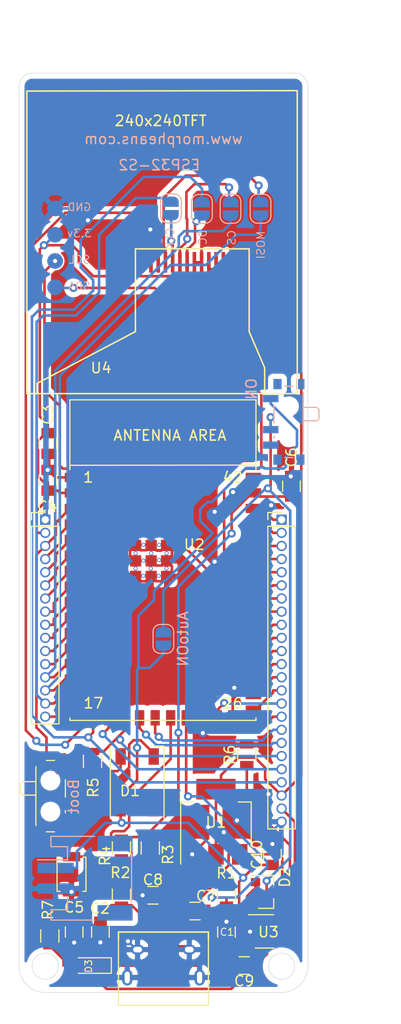
<source format=kicad_pcb>
(kicad_pcb (version 20171130) (host pcbnew "(5.1.6)-1")
  (title_block (title "ESP32-S2 DEV") (date 2020-08-02) (rev 1.2) (company www.morpheans.com) (comment 1 "Dr CADIC Philippe"))
  (layers (0 F.Cu signal) (31 B.Cu signal) (34 B.Paste user) (35 F.Paste user) (36 B.SilkS user) (37 F.SilkS user) (38 B.Mask user) (39 F.Mask user) (44 Edge.Cuts user))
  (net 0 "")
  (net 1 GND)
  (net 2 "Net-(C1-Pad1)")
  (net 3 "Net-(C2-Pad1)")
  (net 4 /3.3v)
  (net 5 "Net-(C5-Pad1)")
  (net 6 /EN)
  (net 7 /VUSB)
  (net 8 /IO0)
  (net 9 "Net-(J2-Pad11)")
  (net 10 "Net-(J2-Pad10)")
  (net 11 "Net-(J2-Pad9)")
  (net 12 "Net-(J2-Pad8)")
  (net 13 "Net-(J2-Pad7)")
  (net 14 "Net-(J2-Pad6)")
  (net 15 "Net-(J2-Pad5)")
  (net 16 "Net-(J2-Pad4)")
  (net 17 "Net-(J3-Pad20)")
  (net 18 "Net-(J3-Pad16)")
  (net 19 "Net-(J3-Pad15)")
  (net 20 "Net-(J3-Pad14)")
  (net 21 "Net-(J3-Pad13)")
  (net 22 "Net-(J3-Pad12)")
  (net 23 "Net-(J3-Pad11)")
  (net 24 "Net-(J3-Pad10)")
  (net 25 "Net-(J3-Pad9)")
  (net 26 "Net-(J3-Pad8)")
  (net 27 "Net-(J3-Pad5)")
  (net 28 "Net-(J3-Pad4)")
  (net 29 "Net-(J3-Pad3)")
  (net 30 "Net-(J3-Pad2)")
  (net 31 "Net-(J3-Pad1)")
  (net 32 "Net-(D1-Pad4)")
  (net 33 /RGBLED)
  (net 34 "Net-(C7-Pad2)")
  (net 35 /VBAT)
  (net 36 "Net-(D3-Pad2)")
  (net 37 "Net-(D3-Pad1)")
  (net 38 "Net-(R6-Pad1)")
  (net 39 /SPI_MISO)
  (net 40 /SPI_CLK)
  (net 41 /SPI_MOSI)
  (net 42 /SPI_CS)
  (net 43 /DC_DISP)
  (net 44 /U1TXD)
  (net 45 /U1RXD)
  (net 46 /SCL)
  (net 47 /SDA)
  (net 48 /D+)
  (net 49 /D-)
  (net 50 "Net-(D2-Pad2)")
  (net 51 "Net-(JP1-Pad2)")
  (net 52 "Net-(JP2-Pad2)")
  (net 53 "Net-(JP3-Pad2)")
  (net 54 "Net-(JP4-Pad2)")
  (net 55 /TFT_RESET)
  (module Capacitors_SMD:C_0805 (layer F.Cu) (at 102.616 122.428 90)
    (fp_text reference C1 (at 0 0.0508 180) (layer F.SilkS) (effects (font (size 0.7 0.7) (thickness 0.1))))
    (fp_text value 20pF)
    (pad 2 smd rect (at 1 0 90) (size 1 1.25) (layers F.Cu F.Paste F.Mask) (net 1 GND))
    (pad 1 smd rect (at -1 0 90) (size 1 1.25) (layers F.Cu F.Paste F.Mask) (net 2 "Net-(C1-Pad1)"))
  )
  (module Capacitors_SMD:C_0805 (layer F.Cu) (at 90.424 122.428 270)
    (fp_text reference C2 (at -2.286 0.0508 180) (layer F.SilkS))
    (fp_text value 20pF)
    (pad 1 smd rect (at -1 0 270) (size 1 1.25) (layers F.Cu F.Paste F.Mask) (net 3 "Net-(C2-Pad1)"))
    (pad 2 smd rect (at 1 0 270) (size 1 1.25) (layers F.Cu F.Paste F.Mask) (net 1 GND))
  )
  (module Capacitors_SMD:C_0805 (layer F.Cu) (at 85.344 75.184 90)
    (fp_text reference C3 (at 2.794 0 90) (layer F.SilkS))
    (fp_text value 100nF)
    (pad 1 smd rect (at -1 0 90) (size 1 1.25) (layers F.Cu F.Paste F.Mask) (net 1 GND))
    (pad 2 smd rect (at 1 0 90) (size 1 1.25) (layers F.Cu F.Paste F.Mask) (net 4 /3.3v))
  )
  (module Capacitors_SMD:C_0805 (layer F.Cu) (at 85.344 78.74 270)
    (fp_text reference C4 (at 2.54 0.0635 180) (layer F.SilkS))
    (fp_text value 10uF)
    (pad 2 smd rect (at 1 0 270) (size 1 1.25) (layers F.Cu F.Paste F.Mask) (net 4 /3.3v))
    (pad 1 smd rect (at -1 0 270) (size 1 1.25) (layers F.Cu F.Paste F.Mask) (net 1 GND))
  )
  (module Capacitors_SMD:C_0805 (layer F.Cu) (at 87.884 122.428 270)
    (fp_text reference C5 (at -2.3876 0 180) (layer F.SilkS))
    (fp_text value 100nF)
    (pad 1 smd rect (at -1 0 270) (size 1 1.25) (layers F.Cu F.Paste F.Mask) (net 5 "Net-(C5-Pad1)"))
    (pad 2 smd rect (at 1 0 270) (size 1 1.25) (layers F.Cu F.Paste F.Mask) (net 1 GND))
  )
  (module Capacitors_SMD:C_0805 (layer F.Cu) (at 108.902 79.3115 270)
    (fp_text reference C6 (at -2.794 0 90) (layer F.SilkS))
    (fp_text value 100nF)
    (pad 2 smd rect (at 1 0 270) (size 1 1.25) (layers F.Cu F.Paste F.Mask) (net 6 /EN))
    (pad 1 smd rect (at -1 0 270) (size 1 1.25) (layers F.Cu F.Paste F.Mask) (net 1 GND))
  )
  (module 18650:USB_Micro-B_HandSoldering (layer F.Cu) (at 96.52 125.476)
    (fp_text reference J1 hide)
    (fp_text value USB_B_Mini)
    (pad 1 smd rect (at -1.29032 -1.67386 90) (size 2 0.4) (layers F.Cu F.Paste F.Mask) (net 7 /VUSB))
    (pad 2 smd rect (at -0.65786 -1.67386 90) (size 2 0.4) (layers F.Cu F.Paste F.Mask) (net 3 "Net-(C2-Pad1)"))
    (pad 3 smd rect (at -0.0127 -1.68148 90) (size 2 0.4) (layers F.Cu F.Paste F.Mask) (net 2 "Net-(C1-Pad1)"))
    (pad 4 smd rect (at 0.64516 -1.66878 90) (size 2 0.4) (layers F.Cu F.Paste F.Mask))
    (pad 5 smd rect (at 1.2954 -1.66878 90) (size 2 0.4) (layers F.Cu F.Paste F.Mask) (net 1 GND))
    (pad 6 thru_hole oval (at -2.5 -1.35 90) (size 0.95 1.25) (drill oval 0.55 0.85) (layers *.Cu *.Mask) (net 1 GND))
    (pad 6 thru_hole oval (at 2.5 -1.35 90) (size 0.95 1.25) (drill oval 0.55 0.85) (layers *.Cu *.Mask) (net 1 GND))
    (pad 6 thru_hole oval (at -3.5 1.35 90) (size 1.55 1) (drill oval 1.15 0.5) (layers *.Cu *.Mask) (net 1 GND))
    (pad 6 thru_hole oval (at 3.5 1.35 90) (size 1.55 1) (drill oval 1.15 0.5) (layers *.Cu *.Mask) (net 1 GND))
  )
  (module Resistors_SMD:R_0805 (layer F.Cu) (at 102.616 118.872 90)
    (fp_text reference R1 (at 2.1336 0 180) (layer F.SilkS))
    (fp_text value 0R)
    (pad 2 smd rect (at 0.95 0 90) (size 0.7 1.3) (layers F.Cu F.Paste F.Mask) (net 2 "Net-(C1-Pad1)"))
    (pad 1 smd rect (at -0.95 0 90) (size 0.7 1.3) (layers F.Cu F.Paste F.Mask) (net 48 /D+))
  )
  (module Resistors_SMD:R_0805 (layer F.Cu) (at 92.456 118.872 270)
    (fp_text reference R2 (at -2.1844 0.1016 180) (layer F.SilkS))
    (fp_text value 0R)
    (pad 1 smd rect (at -0.95 0 270) (size 0.7 1.3) (layers F.Cu F.Paste F.Mask) (net 49 /D-))
    (pad 2 smd rect (at 0.95 0 270) (size 0.7 1.3) (layers F.Cu F.Paste F.Mask) (net 3 "Net-(C2-Pad1)"))
  )
  (module Resistors_SMD:R_0805 (layer F.Cu) (at 95.25 114.3 90)
    (fp_text reference R3 (at -0.635 1.7145 90) (layer F.SilkS))
    (fp_text value 10k)
    (pad 2 smd rect (at 0.95 0 90) (size 0.7 1.3) (layers F.Cu F.Paste F.Mask) (net 6 /EN))
    (pad 1 smd rect (at -0.95 0 90) (size 0.7 1.3) (layers F.Cu F.Paste F.Mask) (net 4 /3.3v))
  )
  (module Resistors_SMD:R_0805 (layer F.Cu) (at 92.456 114.3 270)
    (fp_text reference R4 (at 0.762 1.5875 90) (layer F.SilkS))
    (fp_text value 0R)
    (pad 1 smd rect (at -0.95 0 270) (size 0.7 1.3) (layers F.Cu F.Paste F.Mask) (net 6 /EN))
    (pad 2 smd rect (at 0.95 0 270) (size 0.7 1.3) (layers F.Cu F.Paste F.Mask) (net 5 "Net-(C5-Pad1)"))
  )
  (module Buttons_Switches_SMD:SW_SPST_B3U-1000P (layer F.Cu) (at 87.63 116.84 90)
    (fp_text reference SW1 hide)
    (fp_text value SW_Push)
    (pad 2 smd rect (at 1.7 0 90) (size 0.9 1.7) (layers F.Cu F.Paste F.Mask) (net 5 "Net-(C5-Pad1)"))
    (pad 1 smd rect (at -1.7 0 90) (size 0.9 1.7) (layers F.Cu F.Paste F.Mask) (net 1 GND))
  )
  (module Buttons_Switches_SMD:SW_SPDT_PCM12 (layer F.Cu) (at 85.9155 109.284 270)
    (fp_text reference SW2 hide)
    (fp_text value Boot (at 0.0376 -1.9177 90) (layer B.SilkS) (effects (justify mirror)))
    (pad "" smd rect (at -3.65 -0.78 270) (size 1 0.8) (layers F.Cu F.Paste F.Mask))
    (pad "" smd rect (at 3.65 -0.78 270) (size 1 0.8) (layers F.Cu F.Paste F.Mask))
    (pad "" smd rect (at 3.65 1.43 270) (size 1 0.8) (layers F.Cu F.Paste F.Mask))
    (pad "" smd rect (at -3.65 1.43 270) (size 1 0.8) (layers F.Cu F.Paste F.Mask))
    (pad 3 smd rect (at 2.25 -1.43 270) (size 0.7 1.5) (layers F.Cu F.Paste F.Mask))
    (pad 2 smd rect (at 0.75 -1.43 270) (size 0.7 1.5) (layers F.Cu F.Paste F.Mask) (net 1 GND))
    (pad 1 smd rect (at -2.25 -1.43 270) (size 0.7 1.5) (layers F.Cu F.Paste F.Mask) (net 8 /IO0))
    (pad "" np_thru_hole circle (at 1.5 0.33 270) (size 0.9 0.9) (drill 0.9) (layers *.Cu *.Mask))
    (pad "" np_thru_hole circle (at -1.5 0.33 270) (size 0.9 0.9) (drill 0.9) (layers *.Cu *.Mask))
  )
  (module TO_SOT_Packages_SMD:SOT-223-3_TabPin2 (layer F.Cu) (at 101.6 111.76 90)
    (fp_text reference U1 (at -0.0635 0 180) (layer F.SilkS))
    (fp_text value AP1117-33)
    (pad 1 smd rect (at -3.15 -2.3 90) (size 2 1.5) (layers F.Cu F.Paste F.Mask) (net 1 GND))
    (pad 3 smd rect (at -3.15 2.3 90) (size 2 1.5) (layers F.Cu F.Paste F.Mask) (net 34 "Net-(C7-Pad2)"))
    (pad 2 smd rect (at -3.15 0 90) (size 2 1.5) (layers F.Cu F.Paste F.Mask) (net 4 /3.3v))
    (pad 2 smd rect (at 3.15 0 90) (size 2 3.8) (layers F.Cu F.Paste F.Mask) (net 4 /3.3v))
  )
  (module esp32-s2:esp32-s2-wrooom (layer F.Cu) (at 96.52 86.36)
    (fp_text reference U2 (at 2.9845 -1.397) (layer F.SilkS))
    (fp_text value esp32-s2-wroom)
    (fp_text user 1 (at -7.272 -7.907) (layer F.SilkS))
    (fp_text user 17 (at -6.764 13.937) (layer F.SilkS))
    (fp_text user 26 (at 6.698 13.937) (layer F.SilkS))
    (fp_text user 42 (at 6.698 -7.907) (layer F.SilkS))
    (fp_text user "ANTENNA AREA" (at 0.63 -11.96) (layer F.SilkS))
    (pad 1 smd roundrect (at -8.8 -7.9) (size 1.5 0.9) (layers F.Cu F.Paste F.Mask) (roundrect_rratio 0.079) (net 1 GND))
    (pad 2 smd roundrect (at -8.8 -6.4) (size 1.5 0.9) (layers F.Cu F.Paste F.Mask) (roundrect_rratio 0.079) (net 4 /3.3v))
    (pad 3 smd roundrect (at -8.8 -4.9) (size 1.5 0.9) (layers F.Cu F.Paste F.Mask) (roundrect_rratio 0.079) (net 8 /IO0))
    (pad 4 smd roundrect (at -8.8 -3.4) (size 1.5 0.9) (layers F.Cu F.Paste F.Mask) (roundrect_rratio 0.079) (net 16 "Net-(J2-Pad4)"))
    (pad 5 smd roundrect (at -8.8 -1.9) (size 1.5 0.9) (layers F.Cu F.Paste F.Mask) (roundrect_rratio 0.079) (net 15 "Net-(J2-Pad5)"))
    (pad 6 smd roundrect (at -8.8 -0.4) (size 1.5 0.9) (layers F.Cu F.Paste F.Mask) (roundrect_rratio 0.079) (net 14 "Net-(J2-Pad6)"))
    (pad 7 smd roundrect (at -8.8 1.1) (size 1.5 0.9) (layers F.Cu F.Paste F.Mask) (roundrect_rratio 0.079) (net 13 "Net-(J2-Pad7)"))
    (pad 8 smd roundrect (at -8.8 2.6) (size 1.5 0.9) (layers F.Cu F.Paste F.Mask) (roundrect_rratio 0.079) (net 12 "Net-(J2-Pad8)"))
    (pad 9 smd roundrect (at -8.8 4.1) (size 1.5 0.9) (layers F.Cu F.Paste F.Mask) (roundrect_rratio 0.079) (net 11 "Net-(J2-Pad9)"))
    (pad 10 smd roundrect (at -8.8 5.6) (size 1.5 0.9) (layers F.Cu F.Paste F.Mask) (roundrect_rratio 0.079) (net 10 "Net-(J2-Pad10)"))
    (pad 11 smd roundrect (at -8.8 7.1) (size 1.5 0.9) (layers F.Cu F.Paste F.Mask) (roundrect_rratio 0.079) (net 9 "Net-(J2-Pad11)"))
    (pad 12 smd roundrect (at -8.8 8.6) (size 1.5 0.9) (layers F.Cu F.Paste F.Mask) (roundrect_rratio 0.079) (net 55 /TFT_RESET))
    (pad 13 smd roundrect (at -8.8 10.1) (size 1.5 0.9) (layers F.Cu F.Paste F.Mask) (roundrect_rratio 0.079) (net 42 /SPI_CS))
    (pad 14 smd roundrect (at -8.8 11.6) (size 1.5 0.9) (layers F.Cu F.Paste F.Mask) (roundrect_rratio 0.079) (net 41 /SPI_MOSI))
    (pad 15 smd roundrect (at -8.8 13.1) (size 1.5 0.9) (layers F.Cu F.Paste F.Mask) (roundrect_rratio 0.079) (net 40 /SPI_CLK))
    (pad 16 smd roundrect (at -8.8 14.6) (size 1.5 0.9) (layers F.Cu F.Paste F.Mask) (roundrect_rratio 0.079) (net 39 /SPI_MISO))
    (pad 17 smd roundrect (at -6.8 15.35 90) (size 1.5 0.9) (layers F.Cu F.Paste F.Mask) (roundrect_rratio 0.079) (net 43 /DC_DISP))
    (pad 18 smd roundrect (at -5.3 15.35 90) (size 1.5 0.9) (layers F.Cu F.Paste F.Mask) (roundrect_rratio 0.079) (net 17 "Net-(J3-Pad20)"))
    (pad 19 smd roundrect (at -3.8 15.35 90) (size 1.5 0.9) (layers F.Cu F.Paste F.Mask) (roundrect_rratio 0.079) (net 33 /RGBLED))
    (pad 20 smd roundrect (at -2.3 15.35 90) (size 1.5 0.9) (layers F.Cu F.Paste F.Mask) (roundrect_rratio 0.079) (net 44 /U1TXD))
    (pad 21 smd roundrect (at -0.8 15.35 90) (size 1.5 0.9) (layers F.Cu F.Paste F.Mask) (roundrect_rratio 0.079) (net 45 /U1RXD))
    (pad 22 smd roundrect (at 0.7 15.35 90) (size 1.5 0.9) (layers F.Cu F.Paste F.Mask) (roundrect_rratio 0.079) (net 49 /D-))
    (pad 23 smd roundrect (at 2.2 15.35 90) (size 1.5 0.9) (layers F.Cu F.Paste F.Mask) (roundrect_rratio 0.079) (net 48 /D+))
    (pad 24 smd roundrect (at 3.7 15.35 90) (size 1.5 0.9) (layers F.Cu F.Paste F.Mask) (roundrect_rratio 0.079) (net 18 "Net-(J3-Pad16)"))
    (pad 25 smd roundrect (at 5.2 15.35 90) (size 1.5 0.9) (layers F.Cu F.Paste F.Mask) (roundrect_rratio 0.079) (net 19 "Net-(J3-Pad15)"))
    (pad 26 smd roundrect (at 6.7 15.35 90) (size 1.5 0.9) (layers F.Cu F.Paste F.Mask) (roundrect_rratio 0.079) (net 1 GND))
    (pad 27 smd roundrect (at 8.7 14.6 180) (size 1.5 0.9) (layers F.Cu F.Paste F.Mask) (roundrect_rratio 0.079) (net 20 "Net-(J3-Pad14)"))
    (pad 28 smd roundrect (at 8.7 13.1 180) (size 1.5 0.9) (layers F.Cu F.Paste F.Mask) (roundrect_rratio 0.079) (net 21 "Net-(J3-Pad13)"))
    (pad 29 smd roundrect (at 8.7 11.6 180) (size 1.5 0.9) (layers F.Cu F.Paste F.Mask) (roundrect_rratio 0.079) (net 22 "Net-(J3-Pad12)"))
    (pad 30 smd roundrect (at 8.7 10.1 180) (size 1.5 0.9) (layers F.Cu F.Paste F.Mask) (roundrect_rratio 0.079) (net 23 "Net-(J3-Pad11)"))
    (pad 31 smd roundrect (at 8.7 8.6 180) (size 1.5 0.9) (layers F.Cu F.Paste F.Mask) (roundrect_rratio 0.079) (net 24 "Net-(J3-Pad10)"))
    (pad 32 smd roundrect (at 8.7 7.1 180) (size 1.5 0.9) (layers F.Cu F.Paste F.Mask) (roundrect_rratio 0.079) (net 25 "Net-(J3-Pad9)"))
    (pad 33 smd roundrect (at 8.7 5.6 180) (size 1.5 0.9) (layers F.Cu F.Paste F.Mask) (roundrect_rratio 0.079) (net 26 "Net-(J3-Pad8)"))
    (pad 34 smd roundrect (at 8.7 4.1 180) (size 1.5 0.9) (layers F.Cu F.Paste F.Mask) (roundrect_rratio 0.079) (net 46 /SCL))
    (pad 35 smd roundrect (at 8.7 2.6 180) (size 1.5 0.9) (layers F.Cu F.Paste F.Mask) (roundrect_rratio 0.079) (net 47 /SDA))
    (pad 36 smd roundrect (at 8.7 1.1 180) (size 1.5 0.9) (layers F.Cu F.Paste F.Mask) (roundrect_rratio 0.079) (net 27 "Net-(J3-Pad5)"))
    (pad 37 smd roundrect (at 8.7 -0.4 180) (size 1.5 0.9) (layers F.Cu F.Paste F.Mask) (roundrect_rratio 0.079) (net 28 "Net-(J3-Pad4)"))
    (pad 38 smd roundrect (at 8.7 -1.9 180) (size 1.5 0.9) (layers F.Cu F.Paste F.Mask) (roundrect_rratio 0.079) (net 29 "Net-(J3-Pad3)"))
    (pad 39 smd roundrect (at 8.7 -3.4 180) (size 1.5 0.9) (layers F.Cu F.Paste F.Mask) (roundrect_rratio 0.079) (net 30 "Net-(J3-Pad2)"))
    (pad 40 smd roundrect (at 8.7 -4.9 180) (size 1.5 0.9) (layers F.Cu F.Paste F.Mask) (roundrect_rratio 0.079) (net 31 "Net-(J3-Pad1)"))
    (pad 41 smd roundrect (at 8.7 -6.4 180) (size 1.5 0.9) (layers F.Cu F.Paste F.Mask) (roundrect_rratio 0.079) (net 6 /EN))
    (pad 42 smd roundrect (at 8.7 -7.9 180) (size 1.5 0.9) (layers F.Cu F.Paste F.Mask) (roundrect_rratio 0.079) (net 1 GND))
    (pad 43 smd roundrect (at -2.69 -1.325 180) (size 1.1 1.1) (layers F.Cu F.Paste F.Mask) (roundrect_rratio 0.079) (net 1 GND))
    (pad 43 smd roundrect (at -1.19 -1.325 180) (size 1.1 1.1) (layers F.Cu F.Paste F.Mask) (roundrect_rratio 0.079) (net 1 GND))
    (pad 43 smd roundrect (at 0.31 -1.325 180) (size 1.1 1.1) (layers F.Cu F.Paste F.Mask) (roundrect_rratio 0.079) (net 1 GND))
    (pad 43 smd roundrect (at -2.69 0.175 180) (size 1.1 1.1) (layers F.Cu F.Paste F.Mask) (roundrect_rratio 0.079) (net 1 GND))
    (pad 43 smd roundrect (at -1.19 0.175 180) (size 1.1 1.1) (layers F.Cu F.Paste F.Mask) (roundrect_rratio 0.079) (net 1 GND))
    (pad 43 smd roundrect (at 0.31 0.175 180) (size 1.1 1.1) (layers F.Cu F.Paste F.Mask) (roundrect_rratio 0.079) (net 1 GND))
    (pad 43 smd roundrect (at -2.69 1.675 180) (size 1.1 1.1) (layers F.Cu F.Paste F.Mask) (roundrect_rratio 0.079) (net 1 GND))
    (pad 43 smd roundrect (at -1.19 1.675 180) (size 1.1 1.1) (layers F.Cu F.Paste F.Mask) (roundrect_rratio 0.079) (net 1 GND))
    (pad 43 smd roundrect (at 0.31 1.675 180) (size 1.1 1.1) (layers F.Cu F.Paste F.Mask) (roundrect_rratio 0.079) (net 1 GND))
    (pad "" thru_hole circle (at -2.7 -0.5664 180) (size 0.4 0.4) (drill oval 0.25) (layers *.Cu *.Mask))
    (pad "" thru_hole circle (at -1.938 -1.3792 180) (size 0.4 0.4) (drill oval 0.25) (layers *.Cu *.Mask))
    (pad "" thru_hole circle (at -0.414 -1.3792 180) (size 0.4 0.4) (drill oval 0.25) (layers *.Cu *.Mask))
    (pad "" thru_hole circle (at 0.2972 -0.5664 180) (size 0.4 0.4) (drill oval 0.25) (layers *.Cu *.Mask))
    (pad "" thru_hole circle (at 0.2972 0.9068 180) (size 0.4 0.4) (drill oval 0.25) (layers *.Cu *.Mask))
    (pad "" thru_hole circle (at -0.4648 1.618 180) (size 0.4 0.4) (drill oval 0.25) (layers *.Cu *.Mask))
    (pad "" thru_hole circle (at -1.938 1.618 180) (size 0.4 0.4) (drill oval 0.25) (layers *.Cu *.Mask))
    (pad "" thru_hole circle (at -2.7 0.9068 180) (size 0.4 0.4) (drill oval 0.25) (layers *.Cu *.Mask))
    (pad "" thru_hole circle (at -1.938 0.1448 180) (size 0.4 0.4) (drill oval 0.25) (layers *.Cu *.Mask))
    (pad "" thru_hole circle (at -0.414 0.094 180) (size 0.4 0.4) (drill oval 0.25) (layers *.Cu *.Mask))
    (pad "" thru_hole circle (at -1.176 -0.5664 180) (size 0.4 0.4) (drill oval 0.25) (layers *.Cu *.Mask))
    (pad "" thru_hole circle (at -1.2268 0.9068 180) (size 0.4 0.4) (drill oval 0.25) (layers *.Cu *.Mask))
  )
  (module Capacitors_SMD:C_0805 (layer F.Cu) (at 99.568 120.396 180)
    (fp_text reference C7 (at -1.0795 1.4605) (layer F.SilkS))
    (fp_text value 10uF)
    (pad 1 smd rect (at -1 0 180) (size 1 1.25) (layers F.Cu F.Paste F.Mask) (net 1 GND))
    (pad 2 smd rect (at 1 0 180) (size 1 1.25) (layers F.Cu F.Paste F.Mask) (net 34 "Net-(C7-Pad2)"))
  )
  (module Capacitors_SMD:C_0805 (layer F.Cu) (at 95.504 118.872)
    (fp_text reference C8 (at 0 -1.5) (layer F.SilkS))
    (fp_text value 10uF)
    (pad 2 smd rect (at 1 0) (size 1 1.25) (layers F.Cu F.Paste F.Mask) (net 4 /3.3v))
    (pad 1 smd rect (at -1 0) (size 1 1.25) (layers F.Cu F.Paste F.Mask) (net 1 GND))
  )
  (module Socket_Strips:Socket_Strip_Straight_1x16_Pitch1.27mm (layer F.Cu) (at 85.09 82.55)
    (fp_text reference J2 hide)
    (fp_text value Cnx1)
    (pad 16 thru_hole oval (at 0 19.05) (size 1 1) (drill 0.7) (layers *.Cu *.Mask) (net 39 /SPI_MISO))
    (pad 15 thru_hole oval (at 0 17.78) (size 1 1) (drill 0.7) (layers *.Cu *.Mask) (net 40 /SPI_CLK))
    (pad 14 thru_hole oval (at 0 16.51) (size 1 1) (drill 0.7) (layers *.Cu *.Mask) (net 41 /SPI_MOSI))
    (pad 13 thru_hole oval (at 0 15.24) (size 1 1) (drill 0.7) (layers *.Cu *.Mask) (net 42 /SPI_CS))
    (pad 12 thru_hole oval (at 0 13.97) (size 1 1) (drill 0.7) (layers *.Cu *.Mask) (net 55 /TFT_RESET))
    (pad 11 thru_hole oval (at 0 12.7) (size 1 1) (drill 0.7) (layers *.Cu *.Mask) (net 9 "Net-(J2-Pad11)"))
    (pad 10 thru_hole oval (at 0 11.43) (size 1 1) (drill 0.7) (layers *.Cu *.Mask) (net 10 "Net-(J2-Pad10)"))
    (pad 9 thru_hole oval (at 0 10.16) (size 1 1) (drill 0.7) (layers *.Cu *.Mask) (net 11 "Net-(J2-Pad9)"))
    (pad 8 thru_hole oval (at 0 8.89) (size 1 1) (drill 0.7) (layers *.Cu *.Mask) (net 12 "Net-(J2-Pad8)"))
    (pad 7 thru_hole oval (at 0 7.62) (size 1 1) (drill 0.7) (layers *.Cu *.Mask) (net 13 "Net-(J2-Pad7)"))
    (pad 6 thru_hole oval (at 0 6.35) (size 1 1) (drill 0.7) (layers *.Cu *.Mask) (net 14 "Net-(J2-Pad6)"))
    (pad 5 thru_hole oval (at 0 5.08) (size 1 1) (drill 0.7) (layers *.Cu *.Mask) (net 15 "Net-(J2-Pad5)"))
    (pad 4 thru_hole oval (at 0 3.81) (size 1 1) (drill 0.7) (layers *.Cu *.Mask) (net 16 "Net-(J2-Pad4)"))
    (pad 3 thru_hole oval (at 0 2.54) (size 1 1) (drill 0.7) (layers *.Cu *.Mask) (net 8 /IO0))
    (pad 2 thru_hole oval (at 0 1.27) (size 1 1) (drill 0.7) (layers *.Cu *.Mask) (net 4 /3.3v))
    (pad 1 thru_hole rect (at 0 0) (size 1 1) (drill 0.7) (layers *.Cu *.Mask) (net 1 GND))
  )
  (module Socket_Strips:Socket_Strip_Straight_1x24_Pitch1.27mm (layer F.Cu) (at 107.95 82.55)
    (fp_text reference J3 hide)
    (fp_text value Con2)
    (pad 24 thru_hole oval (at 0 29.21) (size 1 1) (drill 0.7) (layers *.Cu *.Mask) (net 1 GND))
    (pad 23 thru_hole oval (at 0 27.94) (size 1 1) (drill 0.7) (layers *.Cu *.Mask) (net 7 /VUSB))
    (pad 22 thru_hole oval (at 0 26.67) (size 1 1) (drill 0.7) (layers *.Cu *.Mask) (net 4 /3.3v))
    (pad 21 thru_hole oval (at 0 25.4) (size 1 1) (drill 0.7) (layers *.Cu *.Mask) (net 43 /DC_DISP))
    (pad 20 thru_hole oval (at 0 24.13) (size 1 1) (drill 0.7) (layers *.Cu *.Mask) (net 17 "Net-(J3-Pad20)"))
    (pad 19 thru_hole oval (at 0 22.86) (size 1 1) (drill 0.7) (layers *.Cu *.Mask) (net 33 /RGBLED))
    (pad 18 thru_hole oval (at 0 21.59) (size 1 1) (drill 0.7) (layers *.Cu *.Mask) (net 44 /U1TXD))
    (pad 17 thru_hole oval (at 0 20.32) (size 1 1) (drill 0.7) (layers *.Cu *.Mask) (net 45 /U1RXD))
    (pad 16 thru_hole oval (at 0 19.05) (size 1 1) (drill 0.7) (layers *.Cu *.Mask) (net 18 "Net-(J3-Pad16)"))
    (pad 15 thru_hole oval (at 0 17.78) (size 1 1) (drill 0.7) (layers *.Cu *.Mask) (net 19 "Net-(J3-Pad15)"))
    (pad 14 thru_hole oval (at 0 16.51) (size 1 1) (drill 0.7) (layers *.Cu *.Mask) (net 20 "Net-(J3-Pad14)"))
    (pad 13 thru_hole oval (at 0 15.24) (size 1 1) (drill 0.7) (layers *.Cu *.Mask) (net 21 "Net-(J3-Pad13)"))
    (pad 12 thru_hole oval (at 0 13.97) (size 1 1) (drill 0.7) (layers *.Cu *.Mask) (net 22 "Net-(J3-Pad12)"))
    (pad 11 thru_hole oval (at 0 12.7) (size 1 1) (drill 0.7) (layers *.Cu *.Mask) (net 23 "Net-(J3-Pad11)"))
    (pad 10 thru_hole oval (at 0 11.43) (size 1 1) (drill 0.7) (layers *.Cu *.Mask) (net 24 "Net-(J3-Pad10)"))
    (pad 9 thru_hole oval (at 0 10.16) (size 1 1) (drill 0.7) (layers *.Cu *.Mask) (net 25 "Net-(J3-Pad9)"))
    (pad 8 thru_hole oval (at 0 8.89) (size 1 1) (drill 0.7) (layers *.Cu *.Mask) (net 26 "Net-(J3-Pad8)"))
    (pad 7 thru_hole oval (at 0 7.62) (size 1 1) (drill 0.7) (layers *.Cu *.Mask) (net 46 /SCL))
    (pad 6 thru_hole oval (at 0 6.35) (size 1 1) (drill 0.7) (layers *.Cu *.Mask) (net 47 /SDA))
    (pad 5 thru_hole oval (at 0 5.08) (size 1 1) (drill 0.7) (layers *.Cu *.Mask) (net 27 "Net-(J3-Pad5)"))
    (pad 4 thru_hole oval (at 0 3.81) (size 1 1) (drill 0.7) (layers *.Cu *.Mask) (net 28 "Net-(J3-Pad4)"))
    (pad 3 thru_hole oval (at 0 2.54) (size 1 1) (drill 0.7) (layers *.Cu *.Mask) (net 29 "Net-(J3-Pad3)"))
    (pad 2 thru_hole oval (at 0 1.27) (size 1 1) (drill 0.7) (layers *.Cu *.Mask) (net 30 "Net-(J3-Pad2)"))
    (pad 1 thru_hole rect (at 0 0) (size 1 1) (drill 0.7) (layers *.Cu *.Mask) (net 31 "Net-(J3-Pad1)"))
  )
  (module LEDs:LED_WS2812B-PLCC4 (layer F.Cu) (at 93.98 107.95 90)
    (fp_text reference D1 (at -0.8255 -0.6985 180) (layer F.SilkS))
    (fp_text value WS2812B)
    (pad 1 smd rect (at -2.5 -1.6 90) (size 1.6 1) (layers F.Cu F.Paste F.Mask) (net 35 /VBAT))
    (pad 2 smd rect (at -2.5 1.6 90) (size 1.6 1) (layers F.Cu F.Paste F.Mask))
    (pad 4 smd rect (at 2.5 -1.6 90) (size 1.6 1) (layers F.Cu F.Paste F.Mask) (net 32 "Net-(D1-Pad4)"))
    (pad 3 smd rect (at 2.5 1.6 90) (size 1.6 1) (layers F.Cu F.Paste F.Mask) (net 1 GND))
  )
  (module Resistors_SMD:R_0805 (layer F.Cu) (at 89.662 105.918 90)
    (fp_text reference R5 (at -2.54 0.0635 90) (layer F.SilkS))
    (fp_text value 470)
    (pad 2 smd rect (at 0.95 0 90) (size 0.7 1.3) (layers F.Cu F.Paste F.Mask) (net 33 /RGBLED))
    (pad 1 smd rect (at -0.95 0 90) (size 0.7 1.3) (layers F.Cu F.Paste F.Mask) (net 32 "Net-(D1-Pad4)"))
  )
  (module Capacitors_SMD:C_0805 (layer F.Cu) (at 104.33 125.666 180)
    (fp_text reference C9 (at 0 -1.5) (layer F.SilkS))
    (fp_text value 4.7uF)
    (pad 2 smd rect (at 1 0 180) (size 1 1.25) (layers F.Cu F.Paste F.Mask) (net 1 GND))
    (pad 1 smd rect (at -1 0 180) (size 1 1.25) (layers F.Cu F.Paste F.Mask) (net 7 /VUSB))
  )
  (module TO_SOT_Packages_SMD:SOT-23 (layer F.Cu) (at 106.426 118.554)
    (fp_text reference D2 (at 1.8288 -1.4092 90) (layer F.SilkS))
    (fp_text value BAT54C)
    (pad 3 smd rect (at 1 0) (size 0.9 0.8) (layers F.Cu F.Paste F.Mask) (net 34 "Net-(C7-Pad2)"))
    (pad 2 smd rect (at -1 0.95) (size 0.9 0.8) (layers F.Cu F.Paste F.Mask) (net 50 "Net-(D2-Pad2)"))
    (pad 1 smd rect (at -1 -0.95) (size 0.9 0.8) (layers F.Cu F.Paste F.Mask) (net 7 /VUSB))
  )
  (module LEDs:LED_0805_HandSoldering (layer F.Cu) (at 89.281 125.666 180)
    (fp_text reference D3 (at 0 -0.064 90) (layer F.SilkS) (effects (font (size 0.66 0.66) (thickness 0.1))))
    (fp_text value Charge)
    (pad 2 smd rect (at 1.35 0 180) (size 1.5 1.3) (layers F.Cu F.Paste F.Mask) (net 36 "Net-(D3-Pad2)"))
    (pad 1 smd rect (at -1.35 0 180) (size 1.5 1.3) (layers F.Cu F.Paste F.Mask) (net 37 "Net-(D3-Pad1)"))
  )
  (module Connectors_JST:JST_PH_S2B-PH-SM4-TB_02x2.00mm_Angled (layer B.Cu) (at 88.9635 117.221 270)
    (fp_text reference J4 hide)
    (fp_text value Conn_01x02_Female)
    (pad "" smd rect (at 3.35 -2.875 270) (size 1.5 3.4) (layers B.Cu B.Paste B.Mask))
    (pad "" smd rect (at -3.35 -2.875 270) (size 1.5 3.4) (layers B.Cu B.Paste B.Mask))
    (pad 2 smd rect (at 1 2.875 270) (size 1 3.5) (layers B.Cu B.Paste B.Mask) (net 1 GND))
    (pad 1 smd rect (at -1 2.875 270) (size 1 3.5) (layers B.Cu B.Paste B.Mask) (net 35 /VBAT))
  )
  (module Resistors_SMD:R_0805 (layer F.Cu) (at 104.584 105.283 90)
    (fp_text reference R6 (at 0 -1.65 90) (layer F.SilkS))
    (fp_text value 2k)
    (pad 1 smd rect (at -0.95 0 90) (size 0.7 1.3) (layers F.Cu F.Paste F.Mask) (net 38 "Net-(R6-Pad1)"))
    (pad 2 smd rect (at 0.95 0 90) (size 0.7 1.3) (layers F.Cu F.Paste F.Mask) (net 1 GND))
  )
  (module Resistors_SMD:R_0805 (layer F.Cu) (at 85.5345 122.809 270)
    (fp_text reference R7 (at -2.5146 0.1905 90) (layer F.SilkS))
    (fp_text value 470R)
    (pad 2 smd rect (at 0.95 0 270) (size 0.7 1.3) (layers F.Cu F.Paste F.Mask) (net 36 "Net-(D3-Pad2)"))
    (pad 1 smd rect (at -0.95 0 270) (size 0.7 1.3) (layers F.Cu F.Paste F.Mask) (net 7 /VUSB))
  )
  (module TO_SOT_Packages_SMD:SOT-23-5_HandSoldering (layer F.Cu) (at 106.299 122.364)
    (fp_text reference U3 (at 0.381 0.064) (layer F.SilkS))
    (fp_text value MCP73831-2-OT)
    (pad 5 smd rect (at 1.35 -0.95) (size 1.56 0.65) (layers F.Cu F.Paste F.Mask) (net 38 "Net-(R6-Pad1)"))
    (pad 4 smd rect (at 1.35 0.95) (size 1.56 0.65) (layers F.Cu F.Paste F.Mask) (net 7 /VUSB))
    (pad 3 smd rect (at -1.35 0.95) (size 1.56 0.65) (layers F.Cu F.Paste F.Mask) (net 35 /VBAT))
    (pad 2 smd rect (at -1.35 0) (size 1.56 0.65) (layers F.Cu F.Paste F.Mask) (net 1 GND))
    (pad 1 smd rect (at -1.35 -0.95) (size 1.56 0.65) (layers F.Cu F.Paste F.Mask) (net 37 "Net-(D3-Pad1)"))
  )
  (module Capacitors_SMD:C_0805 (layer F.Cu) (at 107.061 114.935 90)
    (fp_text reference C10 (at 0 -1.5 90) (layer F.SilkS))
    (fp_text value 4.7uF)
    (pad 2 smd rect (at 1 0 90) (size 1 1.25) (layers F.Cu F.Paste F.Mask) (net 1 GND))
    (pad 1 smd rect (at -1 0 90) (size 1 1.25) (layers F.Cu F.Paste F.Mask) (net 35 /VBAT))
  )
  (module 18650:240240TFT (layer F.Cu) (at 83.312 70.358)
    (fp_text reference U4 (at 7.1755 -2.4765) (layer F.SilkS))
    (fp_text value 240x240TFT (at 12.94 -26.38) (layer F.SilkS))
    (pad 12 smd rect (at 12 -12.7) (size 0.35 2) (layers F.Cu F.Paste F.Mask) (net 1 GND))
    (pad 11 smd rect (at 12.7 -12.7) (size 0.35 2) (layers F.Cu F.Paste F.Mask) (net 55 /TFT_RESET))
    (pad 10 smd rect (at 13.4 -12.7) (size 0.35 2) (layers F.Cu F.Paste F.Mask) (net 54 "Net-(JP4-Pad2)"))
    (pad 9 smd rect (at 14.1 -12.7) (size 0.35 2) (layers F.Cu F.Paste F.Mask) (net 51 "Net-(JP1-Pad2)"))
    (pad 8 smd rect (at 14.8 -12.7) (size 0.35 2) (layers F.Cu F.Paste F.Mask) (net 52 "Net-(JP2-Pad2)"))
    (pad 7 smd rect (at 15.5 -12.7) (size 0.35 2) (layers F.Cu F.Paste F.Mask) (net 53 "Net-(JP3-Pad2)"))
    (pad 6 smd rect (at 16.2 -12.7) (size 0.35 2) (layers F.Cu F.Paste F.Mask) (net 1 GND))
    (pad 5 smd rect (at 16.9 -12.7) (size 0.35 2) (layers F.Cu F.Paste F.Mask) (net 1 GND))
    (pad 4 smd rect (at 17.6 -12.7) (size 0.35 2) (layers F.Cu F.Paste F.Mask) (net 4 /3.3v))
    (pad 3 smd rect (at 18.3 -12.7) (size 0.35 2) (layers F.Cu F.Paste F.Mask) (net 4 /3.3v))
    (pad 2 smd rect (at 19 -12.7) (size 0.35 2) (layers F.Cu F.Paste F.Mask) (net 1 GND))
    (pad 1 smd rect (at 19.7 -12.7) (size 0.35 2) (layers F.Cu F.Paste F.Mask) (net 1 GND))
  )
  (module Buttons_Switches_SMD:SW_SPDT_PCM12 (layer B.Cu) (at 108.331 73.0885 270)
    (fp_text reference SW3 hide)
    (fp_text value ON (at -3.175 3.302 270) (layer B.SilkS) (effects (justify mirror)))
    (pad "" smd rect (at -3.65 0.78 270) (size 1 0.8) (layers B.Cu B.Paste B.Mask))
    (pad "" smd rect (at 3.65 0.78 270) (size 1 0.8) (layers B.Cu B.Paste B.Mask))
    (pad "" smd rect (at 3.65 -1.43 270) (size 1 0.8) (layers B.Cu B.Paste B.Mask))
    (pad "" smd rect (at -3.65 -1.43 270) (size 1 0.8) (layers B.Cu B.Paste B.Mask))
    (pad 3 smd rect (at 2.25 1.43 270) (size 0.7 1.5) (layers B.Cu B.Paste B.Mask))
    (pad 2 smd rect (at 0.75 1.43 270) (size 0.7 1.5) (layers B.Cu B.Paste B.Mask) (net 50 "Net-(D2-Pad2)"))
    (pad 1 smd rect (at -2.25 1.43 270) (size 0.7 1.5) (layers B.Cu B.Paste B.Mask) (net 35 /VBAT))
    (pad "" np_thru_hole circle (at 1.5 -0.33 270) (size 0.9 0.9) (drill 0.9) (layers *.Cu *.Mask))
    (pad "" np_thru_hole circle (at -1.5 -0.33 270) (size 0.9 0.9) (drill 0.9) (layers *.Cu *.Mask))
  )
  (module 18650:4cnx (layer B.Cu) (at 80.9625 60.071 90)
    (fp_text reference J5 hide)
    (fp_text value i2C-v)
    (pad 1 smd circle (at 0 5.08 90) (size 1.524 1.524) (layers B.Cu B.Paste B.Mask) (net 47 /SDA))
    (pad 2 smd circle (at 2.54 5.08 90) (size 1.524 1.524) (layers B.Cu B.Paste B.Mask) (net 46 /SCL))
    (pad 3 smd circle (at 5.08 5.08 90) (size 1.524 1.524) (layers B.Cu B.Paste B.Mask) (net 4 /3.3v))
    (pad 4 smd circle (at 7.62 5.08 90) (size 1.524 1.524) (layers B.Cu B.Paste B.Mask) (net 1 GND))
  )
  (module 18650:JumperSmall (layer B.Cu) (at 97.25152 52.451 270)
    (fp_text reference JP1 hide)
    (fp_text value CLK (at 2.921 0.09652 90) (layer B.SilkS) (effects (font (size 0.75 0.75) (thickness 0.1)) (justify mirror)))
    (pad 1 smd custom (at -0.65 0 270) (size 1 0.5) (layers B.Cu B.Mask) (net 40 /SPI_CLK) (options (clearance outline) (anchor rect)) (primitives (gr_circle (center 0 -0.25) (end 0.5 -0.25) (width 0)) (gr_circle (center 0 0.25) (end 0.5 0.25) (width 0)) (gr_poly (pts (xy 0 0.75) (xy 0.5 0.75) (xy 0.5 -0.75) (xy 0 -0.75)) (width 0))))
    (pad 2 smd custom (at 0.65 0 270) (size 1 0.5) (layers B.Cu B.Mask) (net 51 "Net-(JP1-Pad2)") (options (clearance outline) (anchor rect)) (primitives (gr_circle (center 0 -0.25) (end 0.5 -0.25) (width 0)) (gr_circle (center 0 0.25) (end 0.5 0.25) (width 0)) (gr_poly (pts (xy 0 0.75) (xy -0.5 0.75) (xy -0.5 -0.75) (xy 0 -0.75)) (width 0))))
  )
  (module 18650:JumperSmall (layer B.Cu) (at 103.00716 52.48656 90)
    (fp_text reference JP2 hide)
    (fp_text value CS (at -2.78892 0.11176 90) (layer B.SilkS) (effects (font (size 0.75 0.75) (thickness 0.1)) (justify mirror)))
    (pad 2 smd custom (at 0.65 0 90) (size 1 0.5) (layers B.Cu B.Mask) (net 52 "Net-(JP2-Pad2)") (options (clearance outline) (anchor rect)) (primitives (gr_circle (center 0 -0.25) (end 0.5 -0.25) (width 0)) (gr_circle (center 0 0.25) (end 0.5 0.25) (width 0)) (gr_poly (pts (xy 0 0.75) (xy -0.5 0.75) (xy -0.5 -0.75) (xy 0 -0.75)) (width 0))))
    (pad 1 smd custom (at -0.65 0 90) (size 1 0.5) (layers B.Cu B.Mask) (net 42 /SPI_CS) (options (clearance outline) (anchor rect)) (primitives (gr_circle (center 0 -0.25) (end 0.5 -0.25) (width 0)) (gr_circle (center 0 0.25) (end 0.5 0.25) (width 0)) (gr_poly (pts (xy 0 0.75) (xy 0.5 0.75) (xy 0.5 -0.75) (xy 0 -0.75)) (width 0))))
  )
  (module 18650:JumperSmall (layer B.Cu) (at 100.24364 52.49164 270)
    (fp_text reference JP3 hide)
    (fp_text value DC (at 2.75336 -0.08636 270) (layer B.SilkS) (effects (font (size 0.75 0.75) (thickness 0.1)) (justify mirror)))
    (pad 1 smd custom (at -0.65 0 270) (size 1 0.5) (layers B.Cu B.Mask) (net 43 /DC_DISP) (options (clearance outline) (anchor rect)) (primitives (gr_circle (center 0 -0.25) (end 0.5 -0.25) (width 0)) (gr_circle (center 0 0.25) (end 0.5 0.25) (width 0)) (gr_poly (pts (xy 0 0.75) (xy 0.5 0.75) (xy 0.5 -0.75) (xy 0 -0.75)) (width 0))))
    (pad 2 smd custom (at 0.65 0 270) (size 1 0.5) (layers B.Cu B.Mask) (net 53 "Net-(JP3-Pad2)") (options (clearance outline) (anchor rect)) (primitives (gr_circle (center 0 -0.25) (end 0.5 -0.25) (width 0)) (gr_circle (center 0 0.25) (end 0.5 0.25) (width 0)) (gr_poly (pts (xy 0 0.75) (xy -0.5 0.75) (xy -0.5 -0.75) (xy 0 -0.75)) (width 0))))
  )
  (module 18650:JumperSmall (layer B.Cu) (at 105.91292 52.4764 90)
    (fp_text reference JP4 hide)
    (fp_text value MOSI (at -3.51028 0.03048 90) (layer B.SilkS) (effects (font (size 0.75 0.75) (thickness 0.1)) (justify mirror)))
    (pad 2 smd custom (at 0.65 0 90) (size 1 0.5) (layers B.Cu B.Mask) (net 54 "Net-(JP4-Pad2)") (options (clearance outline) (anchor rect)) (primitives (gr_circle (center 0 -0.25) (end 0.5 -0.25) (width 0)) (gr_circle (center 0 0.25) (end 0.5 0.25) (width 0)) (gr_poly (pts (xy 0 0.75) (xy -0.5 0.75) (xy -0.5 -0.75) (xy 0 -0.75)) (width 0))))
    (pad 1 smd custom (at -0.65 0 90) (size 1 0.5) (layers B.Cu B.Mask) (net 41 /SPI_MOSI) (options (clearance outline) (anchor rect)) (primitives (gr_circle (center 0 -0.25) (end 0.5 -0.25) (width 0)) (gr_circle (center 0 0.25) (end 0.5 0.25) (width 0)) (gr_poly (pts (xy 0 0.75) (xy 0.5 0.75) (xy 0.5 -0.75) (xy 0 -0.75)) (width 0))))
  )
  (module 18650:JumperSmall (layer B.Cu) (at 96.51492 94.0816 270)
    (fp_text reference JP5 hide)
    (fp_text value AutoON (at 0 -1.9 90) (layer B.SilkS) (effects (justify mirror)))
    (pad 2 smd custom (at 0.65 0 270) (size 1 0.5) (layers B.Cu B.Mask) (net 35 /VBAT) (options (clearance outline) (anchor rect)) (primitives (gr_circle (center 0 -0.25) (end 0.5 -0.25) (width 0)) (gr_circle (center 0 0.25) (end 0.5 0.25) (width 0)) (gr_poly (pts (xy 0 0.75) (xy -0.5 0.75) (xy -0.5 -0.75) (xy 0 -0.75)) (width 0))))
    (pad 1 smd custom (at -0.65 0 270) (size 1 0.5) (layers B.Cu B.Mask) (net 50 "Net-(D2-Pad2)") (options (clearance outline) (anchor rect)) (primitives (gr_circle (center 0 -0.25) (end 0.5 -0.25) (width 0)) (gr_circle (center 0 0.25) (end 0.5 0.25) (width 0)) (gr_poly (pts (xy 0 0.75) (xy 0.5 0.75) (xy 0.5 -0.75) (xy 0 -0.75)) (width 0))))
  )
  (gr_text SDA (at 88.392 59.944) (layer B.SilkS) (effects (font (size 0.75 0.75) (thickness 0.1)) (justify mirror)))
  (gr_text SCL (at 88.392 57.404) (layer B.SilkS) (effects (font (size 0.75 0.75) (thickness 0.1)) (justify mirror)))
  (gr_text 3.3v (at 88.392 54.864) (layer B.SilkS) (effects (font (size 0.75 0.75) (thickness 0.1)) (justify mirror)))
  (gr_text GND (at 88.392 52.324) (layer B.SilkS) (effects (font (size 0.75 0.75) (thickness 0.1)) (justify mirror)))
  (gr_circle (center 85.09 125.73) (end 86.36 125.73) (layer Edge.Cuts) (width 0.05))
  (gr_circle (center 107.95 125.73) (end 107.95 124.46) (layer Edge.Cuts) (width 0.05))
  (gr_arc (start 107.95 125.73) (end 107.95 128.27) (angle -90) (layer Edge.Cuts) (width 0.05))
  (gr_arc (start 85.09 125.73) (end 82.55 125.73) (angle -90) (layer Edge.Cuts) (width 0.05))
  (gr_arc (start 109.22 40.64) (end 110.49 40.64) (angle -90) (layer Edge.Cuts) (width 0.05))
  (gr_arc (start 83.82 40.64) (end 83.82 39.37) (angle -90) (layer Edge.Cuts) (width 0.05))
  (gr_line (start 82.55 41.91) (end 82.55 40.64) (layer Edge.Cuts) (width 0.05))
  (gr_line (start 109.22 39.37) (end 83.82 39.37) (layer Edge.Cuts) (width 0.05))
  (gr_line (start 110.49 41.91) (end 110.49 40.64) (layer Edge.Cuts) (width 0.05))
  (gr_line (start 85.09 128.27) (end 107.95 128.27) (layer Edge.Cuts) (width 0.05))
  (gr_line (start 82.55 41.91) (end 82.55 125.73) (layer Edge.Cuts) (width 0.05))
  (gr_line (start 110.49 41.91) (end 110.49 125.73) (layer Edge.Cuts) (width 0.05))
  (gr_text www.morpheans.com (at 96.52 45.72) (layer B.SilkS) (effects (font (size 1 1)) (justify mirror)))
  (gr_text ESP32-S2 (at 96.1136 48.26) (layer B.SilkS) (effects (font (size 1 1)) (justify mirror)))
  (segment (start 99.512 57.658) (end 100.212 57.658) (width 0.25) (layer F.Cu) (net 1))
  (segment (start 102.312 57.658) (end 103.012 57.658) (width 0.25) (layer F.Cu) (net 1))
  (segment (start 100.203 56.515) (end 100.212 56.524) (width 0.25) (layer F.Cu) (net 1))
  (segment (start 103.012 57.658) (end 103.012 56.022) (width 0.25) (layer F.Cu) (net 1))
  (segment (start 101.6 54.61) (end 100.838 54.61) (width 0.25) (layer F.Cu) (net 1))
  (segment (start 100.838 54.61) (end 100.203 55.245) (width 0.25) (layer F.Cu) (net 1))
  (segment (start 103.012 56.022) (end 101.6 54.61) (width 0.25) (layer F.Cu) (net 1))
  (segment (start 100.212 56.524) (end 100.212 57.658) (width 0.25) (layer F.Cu) (net 1))
  (segment (start 100.203 55.245) (end 100.203 56.515) (width 0.25) (layer F.Cu) (net 1))
  (segment (start 104.949 122.364) (end 104.926998 122.364) (width 0.25) (layer F.Cu) (net 1))
  (via (at 104.902 122.388998) (size 0.8) (drill 0.4) (layers F.Cu B.Cu) (net 1))
  (segment (start 104.926998 122.364) (end 104.902 122.388998) (width 0.25) (layer F.Cu) (net 1))
  (via (at 102.616 121.428) (size 0.8) (drill 0.4) (layers F.Cu B.Cu) (net 1))
  (segment (start 104.902 122.388998) (end 103.941002 121.428) (width 0.25) (layer B.Cu) (net 1))
  (segment (start 103.941002 121.428) (end 102.616 121.428) (width 0.25) (layer B.Cu) (net 1))
  (segment (start 102.616 121.428) (end 101.362 121.428) (width 0.25) (layer F.Cu) (net 1))
  (segment (start 100.568 120.634) (end 100.568 120.396) (width 0.25) (layer F.Cu) (net 1))
  (segment (start 101.362 121.428) (end 100.568 120.634) (width 0.25) (layer F.Cu) (net 1))
  (segment (start 98.70122 123.80722) (end 99.02 124.126) (width 0.25) (layer F.Cu) (net 1))
  (segment (start 97.8154 123.80722) (end 98.70122 123.80722) (width 0.25) (layer F.Cu) (net 1))
  (segment (start 95.302002 88.035) (end 95.33 88.035) (width 0.25) (layer F.Cu) (net 1))
  (segment (start 94.329999 88.503001) (end 94.834001 88.503001) (width 0.25) (layer F.Cu) (net 1))
  (segment (start 93.83 88.035) (end 93.861998 88.035) (width 0.25) (layer F.Cu) (net 1))
  (segment (start 94.834001 88.503001) (end 95.302002 88.035) (width 0.25) (layer F.Cu) (net 1))
  (segment (start 93.861998 88.035) (end 94.329999 88.503001) (width 0.25) (layer F.Cu) (net 1))
  (segment (start 96.361999 88.503001) (end 96.83 88.035) (width 0.25) (layer F.Cu) (net 1))
  (segment (start 95.798001 88.503001) (end 96.361999 88.503001) (width 0.25) (layer F.Cu) (net 1))
  (segment (start 95.33 88.035) (end 95.798001 88.503001) (width 0.25) (layer F.Cu) (net 1))
  (segment (start 97.342201 87.047201) (end 96.83 86.535) (width 0.25) (layer F.Cu) (net 1))
  (segment (start 97.342201 87.522799) (end 97.342201 87.047201) (width 0.25) (layer F.Cu) (net 1))
  (segment (start 96.83 88.035) (end 97.342201 87.522799) (width 0.25) (layer F.Cu) (net 1))
  (segment (start 97.342201 85.547201) (end 96.83 85.035) (width 0.25) (layer F.Cu) (net 1))
  (segment (start 97.342201 86.022799) (end 97.342201 85.547201) (width 0.25) (layer F.Cu) (net 1))
  (segment (start 96.83 86.535) (end 97.342201 86.022799) (width 0.25) (layer F.Cu) (net 1))
  (segment (start 95.800801 85.505801) (end 95.33 85.035) (width 0.25) (layer F.Cu) (net 1))
  (segment (start 96.359199 85.505801) (end 95.800801 85.505801) (width 0.25) (layer F.Cu) (net 1))
  (segment (start 96.83 85.035) (end 96.359199 85.505801) (width 0.25) (layer F.Cu) (net 1))
  (segment (start 94.859199 85.505801) (end 94.300801 85.505801) (width 0.25) (layer F.Cu) (net 1))
  (segment (start 94.300801 85.505801) (end 93.83 85.035) (width 0.25) (layer F.Cu) (net 1))
  (segment (start 95.33 85.035) (end 94.859199 85.505801) (width 0.25) (layer F.Cu) (net 1))
  (segment (start 93.294999 86.045601) (end 93.784398 86.535) (width 0.25) (layer F.Cu) (net 1))
  (segment (start 93.294999 85.541599) (end 93.294999 86.045601) (width 0.25) (layer F.Cu) (net 1))
  (segment (start 93.801598 85.035) (end 93.294999 85.541599) (width 0.25) (layer F.Cu) (net 1))
  (segment (start 93.784398 86.535) (end 93.83 86.535) (width 0.25) (layer F.Cu) (net 1))
  (segment (start 93.83 85.035) (end 93.801598 85.035) (width 0.25) (layer F.Cu) (net 1))
  (segment (start 95.774001 86.979001) (end 95.33 86.535) (width 0.25) (layer F.Cu) (net 1))
  (segment (start 96.358001 86.979001) (end 95.774001 86.979001) (width 0.25) (layer F.Cu) (net 1))
  (segment (start 96.631001 86.706001) (end 96.358001 86.979001) (width 0.25) (layer F.Cu) (net 1))
  (segment (start 96.681801 86.706001) (end 96.631001 86.706001) (width 0.25) (layer F.Cu) (net 1))
  (segment (start 97.342201 86.045601) (end 96.681801 86.706001) (width 0.25) (layer F.Cu) (net 1))
  (segment (start 97.342201 85.541599) (end 97.342201 86.045601) (width 0.25) (layer F.Cu) (net 1))
  (segment (start 97.069201 85.268599) (end 97.342201 85.541599) (width 0.25) (layer F.Cu) (net 1))
  (segment (start 96.292199 85.541599) (end 96.565199 85.268599) (width 0.25) (layer F.Cu) (net 1))
  (segment (start 95.869001 85.541599) (end 96.292199 85.541599) (width 0.25) (layer F.Cu) (net 1))
  (segment (start 96.565199 85.268599) (end 97.069201 85.268599) (width 0.25) (layer F.Cu) (net 1))
  (segment (start 95.362402 85.035) (end 95.869001 85.541599) (width 0.25) (layer F.Cu) (net 1))
  (segment (start 95.33 85.035) (end 95.362402 85.035) (width 0.25) (layer F.Cu) (net 1))
  (segment (start 86.064 78.46) (end 87.72 78.46) (width 0.25) (layer F.Cu) (net 1))
  (segment (start 85.344 77.74) (end 86.064 78.46) (width 0.25) (layer F.Cu) (net 1))
  (segment (start 85.09 82.55) (end 85.09 82.169) (width 0.25) (layer F.Cu) (net 1))
  (segment (start 85.09 82.169) (end 85.217 82.042) (width 0.25) (layer F.Cu) (net 1))
  (via (at 85.3248 77.74) (size 0.8) (drill 0.4) (layers F.Cu B.Cu) (net 1))
  (segment (start 85.217 82.042) (end 85.217 77.8478) (width 0.25) (layer B.Cu) (net 1))
  (segment (start 85.217 77.8478) (end 85.3248 77.74) (width 0.25) (layer B.Cu) (net 1))
  (via (at 95.25 54.483) (size 0.8) (drill 0.4) (layers F.Cu B.Cu) (net 1))
  (segment (start 95.312 57.658) (end 95.312 54.545) (width 0.25) (layer F.Cu) (net 1))
  (segment (start 95.312 54.545) (end 95.25 54.483) (width 0.25) (layer F.Cu) (net 1))
  (segment (start 105.22 78.46) (end 104.674 78.46) (width 0.25) (layer F.Cu) (net 1))
  (via (at 103.251 79.883) (size 0.8) (drill 0.4) (layers F.Cu B.Cu) (net 1))
  (segment (start 104.674 78.46) (end 103.251 79.883) (width 0.25) (layer F.Cu) (net 1))
  (segment (start 108.902 78.3115) (end 108.8865 78.3115) (width 0.25) (layer F.Cu) (net 1))
  (via (at 108.839 78.359) (size 0.8) (drill 0.4) (layers F.Cu B.Cu) (net 1))
  (segment (start 108.8865 78.3115) (end 108.839 78.359) (width 0.25) (layer F.Cu) (net 1))
  (segment (start 108.839 78.359) (end 109.474 78.994) (width 0.25) (layer B.Cu) (net 1))
  (segment (start 104.902 120.159002) (end 104.902 122.388998) (width 0.25) (layer B.Cu) (net 1))
  (segment (start 109.474 115.587002) (end 104.902 120.159002) (width 0.25) (layer B.Cu) (net 1))
  (segment (start 109.474 78.994) (end 109.474 115.587002) (width 0.25) (layer B.Cu) (net 1))
  (via (at 107.061 113.919) (size 0.8) (drill 0.4) (layers F.Cu B.Cu) (net 1))
  (segment (start 107.061 113.935) (end 107.061 113.919) (width 0.25) (layer F.Cu) (net 1))
  (segment (start 107.061 112.649) (end 107.95 111.76) (width 0.25) (layer B.Cu) (net 1))
  (segment (start 107.061 113.919) (end 107.061 112.649) (width 0.25) (layer B.Cu) (net 1))
  (segment (start 89.681002 110.034) (end 87.3455 110.034) (width 0.25) (layer F.Cu) (net 1))
  (segment (start 93.205001 106.510001) (end 89.681002 110.034) (width 0.25) (layer F.Cu) (net 1))
  (segment (start 93.205001 104.301697) (end 93.205001 106.510001) (width 0.25) (layer F.Cu) (net 1))
  (segment (start 93.624599 103.882099) (end 93.205001 104.301697) (width 0.25) (layer F.Cu) (net 1))
  (segment (start 94.312099 103.882099) (end 93.624599 103.882099) (width 0.25) (layer F.Cu) (net 1))
  (segment (start 95.58 105.15) (end 94.312099 103.882099) (width 0.25) (layer F.Cu) (net 1))
  (segment (start 95.58 105.45) (end 95.58 105.15) (width 0.25) (layer F.Cu) (net 1))
  (via (at 87.884 123.444) (size 0.8) (drill 0.4) (layers F.Cu B.Cu) (net 1))
  (segment (start 87.884 123.428) (end 87.884 123.444) (width 0.25) (layer F.Cu) (net 1))
  (via (at 90.424 123.428) (size 0.8) (drill 0.4) (layers F.Cu B.Cu) (net 1))
  (segment (start 87.884 123.444) (end 90.408 123.444) (width 0.25) (layer B.Cu) (net 1))
  (segment (start 90.408 123.444) (end 90.424 123.428) (width 0.25) (layer B.Cu) (net 1))
  (via (at 93.091 123.317) (size 0.8) (drill 0.4) (layers F.Cu B.Cu) (net 1))
  (segment (start 94.02 124.126) (end 93.9 124.126) (width 0.25) (layer B.Cu) (net 1))
  (segment (start 93.9 124.126) (end 93.091 123.317) (width 0.25) (layer B.Cu) (net 1))
  (via (at 94.504 118.872) (size 0.8) (drill 0.4) (layers F.Cu B.Cu) (net 1))
  (segment (start 93.091 123.317) (end 94.504 121.904) (width 0.25) (layer B.Cu) (net 1))
  (segment (start 94.504 121.904) (end 94.504 118.872) (width 0.25) (layer B.Cu) (net 1))
  (via (at 87.63 118.54) (size 0.8) (drill 0.4) (layers F.Cu B.Cu) (net 1))
  (segment (start 86.0885 118.221) (end 87.311 118.221) (width 0.25) (layer B.Cu) (net 1))
  (segment (start 87.311 118.221) (end 87.63 118.54) (width 0.25) (layer B.Cu) (net 1))
  (via (at 106.68 109.093) (size 0.8) (drill 0.4) (layers F.Cu B.Cu) (net 1))
  (via (at 103.378 98.806) (size 0.8) (drill 0.4) (layers F.Cu B.Cu) (net 1))
  (segment (start 103.22 98.964) (end 103.378 98.806) (width 0.25) (layer F.Cu) (net 1))
  (segment (start 103.22 101.71) (end 103.22 98.964) (width 0.25) (layer F.Cu) (net 1))
  (via (at 100.33 103.1769) (size 0.8) (drill 0.4) (layers F.Cu B.Cu) (net 1))
  (segment (start 104.584 104.333) (end 101.4861 104.333) (width 0.25) (layer F.Cu) (net 1))
  (segment (start 101.4861 104.333) (end 100.33 103.1769) (width 0.25) (layer F.Cu) (net 1))
  (segment (start 102.806298 98.806) (end 103.378 98.806) (width 0.25) (layer B.Cu) (net 1))
  (segment (start 100.33 101.282298) (end 102.806298 98.806) (width 0.25) (layer B.Cu) (net 1))
  (segment (start 100.33 103.1769) (end 100.33 101.282298) (width 0.25) (layer B.Cu) (net 1))
  (segment (start 104.775 78.359) (end 103.251 79.883) (width 0.25) (layer B.Cu) (net 1))
  (segment (start 108.839 78.359) (end 104.775 78.359) (width 0.25) (layer B.Cu) (net 1))
  (via (at 103.632 111.633) (size 0.8) (drill 0.4) (layers F.Cu B.Cu) (net 1))
  (segment (start 107.061 113.919) (end 105.918 113.919) (width 0.25) (layer B.Cu) (net 1))
  (segment (start 105.918 113.919) (end 103.632 111.633) (width 0.25) (layer B.Cu) (net 1))
  (segment (start 103.632 111.633) (end 103.505 111.633) (width 0.25) (layer F.Cu) (net 1))
  (via (at 102.362 112.776) (size 0.8) (drill 0.4) (layers F.Cu B.Cu) (net 1))
  (segment (start 103.505 111.633) (end 102.362 112.776) (width 0.25) (layer F.Cu) (net 1))
  (via (at 100.838 112.268) (size 0.8) (drill 0.4) (layers F.Cu B.Cu) (net 1))
  (segment (start 102.362 112.776) (end 101.346 112.776) (width 0.25) (layer B.Cu) (net 1))
  (segment (start 101.346 112.776) (end 100.838 112.268) (width 0.25) (layer B.Cu) (net 1))
  (via (at 99.3 114.91) (size 0.8) (drill 0.4) (layers F.Cu B.Cu) (net 1))
  (segment (start 100.838 112.268) (end 100.838 113.372) (width 0.25) (layer F.Cu) (net 1))
  (segment (start 100.838 113.372) (end 99.3 114.91) (width 0.25) (layer F.Cu) (net 1))
  (segment (start 85.09 82.169) (end 85.217 82.042) (width 0.25) (layer B.Cu) (net 1))
  (segment (start 85.09 82.55) (end 85.09 82.169) (width 0.25) (layer B.Cu) (net 1))
  (via (at 89.2175 53.594) (size 0.8) (drill 0.4) (layers F.Cu B.Cu) (net 1))
  (segment (start 86.0425 52.451) (end 88.0745 52.451) (width 0.25) (layer B.Cu) (net 1))
  (segment (start 88.0745 52.451) (end 89.2175 53.594) (width 0.25) (layer B.Cu) (net 1))
  (segment (start 89.2175 53.594) (end 91.821 56.1975) (width 0.25) (layer F.Cu) (net 1))
  (segment (start 91.821 56.1975) (end 93.2815 56.1975) (width 0.25) (layer F.Cu) (net 1))
  (segment (start 94.996 54.483) (end 95.25 54.483) (width 0.25) (layer F.Cu) (net 1))
  (segment (start 93.2815 56.1975) (end 94.996 54.483) (width 0.25) (layer F.Cu) (net 1))
  (via (at 106.934 81.153) (size 0.8) (drill 0.4) (layers F.Cu B.Cu) (net 1))
  (segment (start 106.934 81.153) (end 106.934 81.915) (width 0.25) (layer B.Cu) (net 1))
  (via (at 101.473 86.614) (size 0.8) (drill 0.4) (layers F.Cu B.Cu) (net 1))
  (segment (start 106.934 81.915) (end 102.235 86.614) (width 0.25) (layer B.Cu) (net 1))
  (segment (start 102.235 86.614) (end 101.473 86.614) (width 0.25) (layer B.Cu) (net 1))
  (via (at 101.473 81.788) (size 0.8) (drill 0.4) (layers F.Cu B.Cu) (net 1))
  (segment (start 103.251 80.01) (end 103.251 79.883) (width 0.25) (layer B.Cu) (net 1))
  (segment (start 101.473 81.788) (end 103.251 80.01) (width 0.25) (layer B.Cu) (net 1))
  (segment (start 99.695 83.566) (end 101.473 81.788) (width 0.25) (layer F.Cu) (net 1))
  (segment (start 99.695 84.836) (end 99.695 83.566) (width 0.25) (layer F.Cu) (net 1))
  (segment (start 101.473 86.614) (end 99.695 84.836) (width 0.25) (layer F.Cu) (net 1))
  (segment (start 96.5073 123.7945) (end 96.5073 122.4692) (width 0.25) (layer F.Cu) (net 2))
  (segment (start 99.7426 121.5049) (end 101.6657 123.428) (width 0.25) (layer F.Cu) (net 2))
  (segment (start 102.616 117.922) (end 101.3184 117.922) (width 0.25) (layer F.Cu) (net 2))
  (segment (start 101.3184 117.922) (end 99.7426 119.4978) (width 0.25) (layer F.Cu) (net 2))
  (segment (start 99.7426 119.4978) (end 99.7426 121.5049) (width 0.25) (layer F.Cu) (net 2))
  (segment (start 96.5073 122.4692) (end 98.7783 122.4692) (width 0.25) (layer F.Cu) (net 2))
  (segment (start 98.7783 122.4692) (end 99.7426 121.5049) (width 0.25) (layer F.Cu) (net 2))
  (segment (start 102.616 123.428) (end 101.6657 123.428) (width 0.25) (layer F.Cu) (net 2))
  (segment (start 92.456 119.822) (end 93.4313 119.822) (width 0.25) (layer F.Cu) (net 3))
  (segment (start 93.4313 119.822) (end 95.8621 122.2528) (width 0.25) (layer F.Cu) (net 3))
  (segment (start 95.8621 122.2528) (end 95.8621 123.8021) (width 0.25) (layer F.Cu) (net 3))
  (segment (start 91.9684 119.822) (end 92.456 119.822) (width 0.25) (layer F.Cu) (net 3))
  (segment (start 91.9684 119.822) (end 91.4807 119.822) (width 0.25) (layer F.Cu) (net 3))
  (segment (start 90.424 121.428) (end 90.424 120.6027) (width 0.25) (layer F.Cu) (net 3))
  (segment (start 91.4807 119.822) (end 90.7 120.6027) (width 0.25) (layer F.Cu) (net 3))
  (segment (start 90.7 120.6027) (end 90.424 120.6027) (width 0.25) (layer F.Cu) (net 3))
  (segment (start 100.5309 59.0033) (end 100.912 58.6222) (width 0.25) (layer F.Cu) (net 4))
  (segment (start 100.912 58.6222) (end 100.912 58.3206) (width 0.25) (layer F.Cu) (net 4))
  (segment (start 100.5309 59.0033) (end 109.8524 68.3248) (width 0.25) (layer F.Cu) (net 4))
  (segment (start 109.8524 68.3248) (end 109.8524 107.3176) (width 0.25) (layer F.Cu) (net 4))
  (segment (start 109.8524 107.3176) (end 107.95 109.22) (width 0.25) (layer F.Cu) (net 4))
  (segment (start 84.3773 83.82) (end 84.2647 83.7074) (width 0.25) (layer F.Cu) (net 4))
  (segment (start 84.2647 83.7074) (end 84.2647 81.6446) (width 0.25) (layer F.Cu) (net 4))
  (segment (start 84.2647 81.6446) (end 85.344 80.5653) (width 0.25) (layer F.Cu) (net 4))
  (segment (start 84.5622 57.6536) (end 84.5622 72.5769) (width 0.25) (layer F.Cu) (net 4))
  (segment (start 84.5622 72.5769) (end 85.344 73.3587) (width 0.25) (layer F.Cu) (net 4))
  (segment (start 107.95 109.22) (end 106.3576 107.6276) (width 0.25) (layer F.Cu) (net 4))
  (segment (start 106.3576 107.6276) (end 106.3576 106.536) (width 0.25) (layer F.Cu) (net 4))
  (segment (start 106.3576 106.536) (end 105.3792 105.5576) (width 0.25) (layer F.Cu) (net 4))
  (segment (start 105.3792 105.5576) (end 103.7875 105.5576) (width 0.25) (layer F.Cu) (net 4))
  (segment (start 103.7875 105.5576) (end 102.0998 107.2453) (width 0.25) (layer F.Cu) (net 4))
  (segment (start 102.0998 107.2453) (end 102.0998 108.61) (width 0.25) (layer F.Cu) (net 4))
  (segment (start 85.09 83.82) (end 84.3773 83.82) (width 0.25) (layer F.Cu) (net 4))
  (segment (start 85.344 79.74) (end 85.344 80.5653) (width 0.25) (layer F.Cu) (net 4))
  (segment (start 85.344 79.74) (end 85.344 78.9147) (width 0.25) (layer F.Cu) (net 4))
  (segment (start 85.344 73.9741) (end 84.3936 74.9245) (width 0.25) (layer F.Cu) (net 4))
  (segment (start 84.3936 74.9245) (end 84.3936 78.3769) (width 0.25) (layer F.Cu) (net 4))
  (segment (start 84.3936 78.3769) (end 84.9314 78.9147) (width 0.25) (layer F.Cu) (net 4))
  (segment (start 84.9314 78.9147) (end 85.344 78.9147) (width 0.25) (layer F.Cu) (net 4))
  (segment (start 85.344 73.7713) (end 85.344 73.3587) (width 0.25) (layer F.Cu) (net 4))
  (segment (start 85.344 74.184) (end 85.344 73.9741) (width 0.25) (layer F.Cu) (net 4))
  (segment (start 85.344 73.7713) (end 85.344 73.9741) (width 0.25) (layer F.Cu) (net 4))
  (segment (start 96.504 117.1793) (end 95.25 115.9253) (width 0.25) (layer F.Cu) (net 4))
  (segment (start 96.504 117.9217) (end 96.504 117.1793) (width 0.25) (layer F.Cu) (net 4))
  (segment (start 101.6 114.3599) (end 101.6 114.8495) (width 0.25) (layer F.Cu) (net 4))
  (segment (start 101.6 114.8495) (end 99.2702 117.1793) (width 0.25) (layer F.Cu) (net 4))
  (segment (start 99.2702 117.1793) (end 96.504 117.1793) (width 0.25) (layer F.Cu) (net 4))
  (segment (start 101.6 114.3599) (end 101.6 114.91) (width 0.25) (layer F.Cu) (net 4))
  (segment (start 102.0998 108.61) (end 101.6 109.1098) (width 0.25) (layer F.Cu) (net 4))
  (segment (start 101.6 109.1098) (end 101.6 114.3599) (width 0.25) (layer F.Cu) (net 4))
  (segment (start 101.6 108.61) (end 102.0998 108.61) (width 0.25) (layer F.Cu) (net 4))
  (segment (start 85.8192 79.74) (end 85.344 79.74) (width 0.25) (layer F.Cu) (net 4))
  (segment (start 85.8192 79.74) (end 86.2943 79.74) (width 0.25) (layer F.Cu) (net 4))
  (segment (start 87.72 79.96) (end 86.5143 79.96) (width 0.25) (layer F.Cu) (net 4))
  (segment (start 86.5143 79.96) (end 86.2943 79.74) (width 0.25) (layer F.Cu) (net 4))
  (segment (start 95.25 115.25) (end 95.25 115.9253) (width 0.25) (layer F.Cu) (net 4))
  (segment (start 101.612 57.658) (end 101.612 58.3206) (width 0.25) (layer F.Cu) (net 4))
  (segment (start 100.912 57.658) (end 100.912 58.3206) (width 0.25) (layer F.Cu) (net 4))
  (segment (start 101.612 58.3206) (end 100.912 58.3206) (width 0.25) (layer F.Cu) (net 4))
  (segment (start 96.504 118.872) (end 96.504 117.9217) (width 0.25) (layer F.Cu) (net 4))
  (via (at 84.963 56.007) (size 0.8) (drill 0.4) (layers F.Cu B.Cu) (net 4))
  (segment (start 84.5622 57.6536) (end 84.5622 56.4078) (width 0.25) (layer F.Cu) (net 4))
  (segment (start 84.5622 56.4078) (end 84.963 56.007) (width 0.25) (layer F.Cu) (net 4))
  (segment (start 85.0265 56.007) (end 86.0425 54.991) (width 0.25) (layer B.Cu) (net 4))
  (segment (start 84.963 56.007) (end 85.0265 56.007) (width 0.25) (layer B.Cu) (net 4))
  (segment (start 88.3285 57.5945) (end 88.3285 56.642) (width 0.25) (layer F.Cu) (net 4))
  (segment (start 87.6935 56.007) (end 84.963 56.007) (width 0.25) (layer F.Cu) (net 4))
  (segment (start 100.5309 59.0033) (end 89.7373 59.0033) (width 0.25) (layer F.Cu) (net 4))
  (segment (start 88.3285 56.642) (end 87.6935 56.007) (width 0.25) (layer F.Cu) (net 4))
  (segment (start 89.7373 59.0033) (end 88.3285 57.5945) (width 0.25) (layer F.Cu) (net 4))
  (segment (start 88.9153 115.25) (end 88.8053 115.14) (width 0.25) (layer F.Cu) (net 5))
  (segment (start 92.456 115.25) (end 88.9153 115.25) (width 0.25) (layer F.Cu) (net 5))
  (segment (start 88.9153 115.25) (end 88.9153 119.5714) (width 0.25) (layer F.Cu) (net 5))
  (segment (start 88.9153 119.5714) (end 87.884 120.6027) (width 0.25) (layer F.Cu) (net 5))
  (segment (start 87.884 121.428) (end 87.884 120.6027) (width 0.25) (layer F.Cu) (net 5))
  (segment (start 87.63 115.14) (end 88.8053 115.14) (width 0.25) (layer F.Cu) (net 5))
  (segment (start 92.456 113.35) (end 93.4313 113.35) (width 0.25) (layer F.Cu) (net 6))
  (segment (start 95.25 113.2375) (end 93.5438 113.2375) (width 0.25) (layer F.Cu) (net 6))
  (segment (start 93.5438 113.2375) (end 93.4313 113.35) (width 0.25) (layer F.Cu) (net 6))
  (segment (start 95.25 113.2375) (end 95.25 113.125) (width 0.25) (layer F.Cu) (net 6))
  (segment (start 95.25 113.35) (end 95.25 113.2375) (width 0.25) (layer F.Cu) (net 6))
  (segment (start 95.25 112.8782) (end 95.25 112.6747) (width 0.25) (layer F.Cu) (net 6))
  (segment (start 95.25 113.1248) (end 95.25 112.8997) (width 0.25) (layer F.Cu) (net 6))
  (segment (start 95.25 112.8997) (end 95.25 112.8782) (width 0.25) (layer F.Cu) (net 6))
  (segment (start 95.25 113.1248) (end 95.25 113.125) (width 0.25) (layer F.Cu) (net 6))
  (segment (start 103.115 83.8853) (end 103.115 81.9378) (width 0.25) (layer F.Cu) (net 6))
  (segment (start 103.115 81.9378) (end 105.0928 79.96) (width 0.25) (layer F.Cu) (net 6))
  (segment (start 105.0928 79.96) (end 105.22 79.96) (width 0.25) (layer F.Cu) (net 6))
  (segment (start 97.97 103.144) (end 97.97 89.0303) (width 0.25) (layer B.Cu) (net 6))
  (segment (start 97.97 89.0303) (end 103.115 83.8853) (width 0.25) (layer B.Cu) (net 6))
  (segment (start 95.25 112.6747) (end 97.97 109.9547) (width 0.25) (layer F.Cu) (net 6))
  (segment (start 97.97 109.9547) (end 97.97 103.144) (width 0.25) (layer F.Cu) (net 6))
  (segment (start 105.22 79.96) (end 105.5715 80.3115) (width 0.25) (layer F.Cu) (net 6))
  (segment (start 105.5715 80.3115) (end 108.902 80.3115) (width 0.25) (layer F.Cu) (net 6))
  (via (at 103.115 83.8853) (size 0.8) (layers F.Cu B.Cu) (net 6))
  (via (at 97.97 103.144) (size 0.8) (layers F.Cu B.Cu) (net 6))
  (segment (start 107.5583 123.314) (end 109.24 121.6323) (width 0.25) (layer F.Cu) (net 7))
  (segment (start 109.24 121.6323) (end 109.24 111.78) (width 0.25) (layer F.Cu) (net 7))
  (segment (start 109.24 111.78) (end 107.95 110.49) (width 0.25) (layer F.Cu) (net 7))
  (segment (start 107.5583 123.314) (end 106.5437 123.314) (width 0.25) (layer F.Cu) (net 7))
  (segment (start 107.649 123.314) (end 107.5583 123.314) (width 0.25) (layer F.Cu) (net 7))
  (segment (start 105.426 118.3293) (end 105.2447 118.3293) (width 0.25) (layer F.Cu) (net 7))
  (segment (start 105.2447 118.3293) (end 104.609 118.965) (width 0.25) (layer F.Cu) (net 7))
  (segment (start 104.609 118.965) (end 104.609 120.0229) (width 0.25) (layer F.Cu) (net 7))
  (segment (start 104.609 120.0229) (end 104.8236 120.2375) (width 0.25) (layer F.Cu) (net 7))
  (segment (start 104.8236 120.2375) (end 105.5241 120.2375) (width 0.25) (layer F.Cu) (net 7))
  (segment (start 105.5241 120.2375) (end 106.5437 121.2571) (width 0.25) (layer F.Cu) (net 7))
  (segment (start 106.5437 121.2571) (end 106.5437 123.314) (width 0.25) (layer F.Cu) (net 7))
  (segment (start 105.4233 125.666) (end 106.5437 124.5456) (width 0.25) (layer F.Cu) (net 7))
  (segment (start 106.5437 124.5456) (end 106.5437 123.314) (width 0.25) (layer F.Cu) (net 7))
  (segment (start 89.4736 122.4768) (end 95.2297 122.4768) (width 0.25) (layer F.Cu) (net 7))
  (segment (start 86.5098 121.859) (end 87.1276 122.4768) (width 0.25) (layer F.Cu) (net 7))
  (segment (start 87.1276 122.4768) (end 89.4736 122.4768) (width 0.25) (layer F.Cu) (net 7))
  (segment (start 105.3417 125.666) (end 103.0813 127.9264) (width 0.25) (layer F.Cu) (net 7))
  (segment (start 103.0813 127.9264) (end 91.0128 127.9264) (width 0.25) (layer F.Cu) (net 7))
  (segment (start 91.0128 127.9264) (end 89.4736 126.3872) (width 0.25) (layer F.Cu) (net 7))
  (segment (start 89.4736 126.3872) (end 89.4736 122.4768) (width 0.25) (layer F.Cu) (net 7))
  (segment (start 105.3417 125.666) (end 105.4233 125.666) (width 0.25) (layer F.Cu) (net 7))
  (segment (start 105.33 125.666) (end 105.3417 125.666) (width 0.25) (layer F.Cu) (net 7))
  (segment (start 95.2297 123.8021) (end 95.2297 122.4768) (width 0.25) (layer F.Cu) (net 7))
  (segment (start 85.5345 121.859) (end 86.5098 121.859) (width 0.25) (layer F.Cu) (net 7))
  (segment (start 105.426 117.604) (end 105.426 118.3293) (width 0.25) (layer F.Cu) (net 7))
  (segment (start 85.09 85.09) (end 86.1206 84.0594) (width 0.25) (layer F.Cu) (net 8))
  (segment (start 86.1206 84.0594) (end 86.1206 82.8405) (width 0.25) (layer F.Cu) (net 8))
  (segment (start 86.1206 82.8405) (end 87.5011 81.46) (width 0.25) (layer F.Cu) (net 8))
  (segment (start 87.5011 81.46) (end 87.72 81.46) (width 0.25) (layer F.Cu) (net 8))
  (segment (start 86.2702 107.034) (end 85.2109 105.9747) (width 0.25) (layer F.Cu) (net 8))
  (segment (start 85.2109 105.9747) (end 85.2109 103.617) (width 0.25) (layer F.Cu) (net 8))
  (segment (start 85.2109 103.617) (end 84.2349 102.641) (width 0.25) (layer F.Cu) (net 8))
  (segment (start 84.2349 102.641) (end 84.2349 85.9451) (width 0.25) (layer F.Cu) (net 8))
  (segment (start 84.2349 85.9451) (end 85.09 85.09) (width 0.25) (layer F.Cu) (net 8))
  (segment (start 87.3455 107.034) (end 86.2702 107.034) (width 0.25) (layer F.Cu) (net 8))
  (segment (start 85.09 95.25) (end 85.9153 95.25) (width 0.25) (layer F.Cu) (net 9))
  (segment (start 85.9153 95.25) (end 85.9153 95.1331) (width 0.25) (layer F.Cu) (net 9))
  (segment (start 85.9153 95.1331) (end 87.5884 93.46) (width 0.25) (layer F.Cu) (net 9))
  (segment (start 87.5884 93.46) (end 87.72 93.46) (width 0.25) (layer F.Cu) (net 9))
  (segment (start 85.09 93.98) (end 85.9153 93.98) (width 0.25) (layer F.Cu) (net 10))
  (segment (start 85.9153 93.98) (end 85.9153 93.5842) (width 0.25) (layer F.Cu) (net 10))
  (segment (start 85.9153 93.5842) (end 87.5395 91.96) (width 0.25) (layer F.Cu) (net 10))
  (segment (start 87.5395 91.96) (end 87.72 91.96) (width 0.25) (layer F.Cu) (net 10))
  (segment (start 85.09 92.71) (end 85.9153 92.71) (width 0.25) (layer F.Cu) (net 11))
  (segment (start 85.9153 92.71) (end 85.9153 92.146) (width 0.25) (layer F.Cu) (net 11))
  (segment (start 85.9153 92.146) (end 87.6013 90.46) (width 0.25) (layer F.Cu) (net 11))
  (segment (start 87.6013 90.46) (end 87.72 90.46) (width 0.25) (layer F.Cu) (net 11))
  (segment (start 85.09 91.44) (end 85.9153 91.44) (width 0.25) (layer F.Cu) (net 12))
  (segment (start 85.9153 91.44) (end 85.9153 90.6147) (width 0.25) (layer F.Cu) (net 12))
  (segment (start 85.9153 90.6147) (end 87.57 88.96) (width 0.25) (layer F.Cu) (net 12))
  (segment (start 87.57 88.96) (end 87.72 88.96) (width 0.25) (layer F.Cu) (net 12))
  (segment (start 85.09 90.17) (end 86.1205 89.1395) (width 0.25) (layer F.Cu) (net 13))
  (segment (start 86.1205 89.1395) (end 86.1205 88.9078) (width 0.25) (layer F.Cu) (net 13))
  (segment (start 86.1205 88.9078) (end 87.5683 87.46) (width 0.25) (layer F.Cu) (net 13))
  (segment (start 87.5683 87.46) (end 87.72 87.46) (width 0.25) (layer F.Cu) (net 13))
  (segment (start 85.09 88.9) (end 86.1205 87.8695) (width 0.25) (layer F.Cu) (net 14))
  (segment (start 86.1205 87.8695) (end 86.1205 87.3806) (width 0.25) (layer F.Cu) (net 14))
  (segment (start 86.1205 87.3806) (end 87.5411 85.96) (width 0.25) (layer F.Cu) (net 14))
  (segment (start 87.5411 85.96) (end 87.72 85.96) (width 0.25) (layer F.Cu) (net 14))
  (segment (start 85.09 87.63) (end 86.1205 86.5995) (width 0.25) (layer F.Cu) (net 15))
  (segment (start 86.1205 86.5995) (end 86.1205 85.909) (width 0.25) (layer F.Cu) (net 15))
  (segment (start 86.1205 85.909) (end 87.5695 84.46) (width 0.25) (layer F.Cu) (net 15))
  (segment (start 87.5695 84.46) (end 87.72 84.46) (width 0.25) (layer F.Cu) (net 15))
  (segment (start 85.09 86.36) (end 85.09 86.2707) (width 0.25) (layer F.Cu) (net 16))
  (segment (start 85.09 86.2707) (end 86.571 84.7897) (width 0.25) (layer F.Cu) (net 16))
  (segment (start 86.571 84.7897) (end 86.571 83.8966) (width 0.25) (layer F.Cu) (net 16))
  (segment (start 86.571 83.8966) (end 87.5076 82.96) (width 0.25) (layer F.Cu) (net 16))
  (segment (start 87.5076 82.96) (end 87.72 82.96) (width 0.25) (layer F.Cu) (net 16))
  (segment (start 90.6377 103.2814) (end 91.22 102.6991) (width 0.25) (layer F.Cu) (net 17))
  (segment (start 91.22 102.6991) (end 91.22 101.71) (width 0.25) (layer F.Cu) (net 17))
  (segment (start 107.95 106.68) (end 94.0363 106.68) (width 0.25) (layer B.Cu) (net 17))
  (segment (start 94.0363 106.68) (end 90.6377 103.2814) (width 0.25) (layer B.Cu) (net 17))
  (via (at 90.6377 103.2814) (size 0.8) (layers F.Cu B.Cu) (net 17))
  (segment (start 107.95 101.6) (end 107.1247 101.6) (width 0.25) (layer F.Cu) (net 18))
  (segment (start 107.1247 101.6) (end 105.9194 102.8053) (width 0.25) (layer F.Cu) (net 18))
  (segment (start 105.9194 102.8053) (end 101.1094 102.8053) (width 0.25) (layer F.Cu) (net 18))
  (segment (start 101.1094 102.8053) (end 100.22 101.9159) (width 0.25) (layer F.Cu) (net 18))
  (segment (start 100.22 101.9159) (end 100.22 101.71) (width 0.25) (layer F.Cu) (net 18))
  (segment (start 107.95 100.33) (end 107.1247 100.33) (width 0.25) (layer B.Cu) (net 19))
  (segment (start 102.4036 100.2817) (end 101.72 100.9653) (width 0.25) (layer F.Cu) (net 19))
  (segment (start 101.72 100.9653) (end 101.72 101.71) (width 0.25) (layer F.Cu) (net 19))
  (segment (start 107.1247 100.33) (end 102.4519 100.33) (width 0.25) (layer B.Cu) (net 19))
  (segment (start 102.4519 100.33) (end 102.4036 100.2817) (width 0.25) (layer B.Cu) (net 19))
  (via (at 102.4036 100.2817) (size 0.8) (layers F.Cu B.Cu) (net 19))
  (segment (start 107.95 99.06) (end 107.1247 99.06) (width 0.25) (layer F.Cu) (net 20))
  (segment (start 107.1247 99.06) (end 107.1247 99.2663) (width 0.25) (layer F.Cu) (net 20))
  (segment (start 107.1247 99.2663) (end 105.431 100.96) (width 0.25) (layer F.Cu) (net 20))
  (segment (start 105.431 100.96) (end 105.22 100.96) (width 0.25) (layer F.Cu) (net 20))
  (segment (start 107.95 97.79) (end 107.1247 97.79) (width 0.25) (layer F.Cu) (net 21))
  (segment (start 107.1247 97.79) (end 105.4547 99.46) (width 0.25) (layer F.Cu) (net 21))
  (segment (start 105.4547 99.46) (end 105.22 99.46) (width 0.25) (layer F.Cu) (net 21))
  (segment (start 107.95 96.52) (end 107.1247 96.52) (width 0.25) (layer F.Cu) (net 22))
  (segment (start 107.1247 96.52) (end 105.6847 97.96) (width 0.25) (layer F.Cu) (net 22))
  (segment (start 105.6847 97.96) (end 105.22 97.96) (width 0.25) (layer F.Cu) (net 22))
  (segment (start 107.95 95.25) (end 107.1247 95.25) (width 0.25) (layer F.Cu) (net 23))
  (segment (start 107.1247 95.25) (end 105.9147 96.46) (width 0.25) (layer F.Cu) (net 23))
  (segment (start 105.9147 96.46) (end 105.22 96.46) (width 0.25) (layer F.Cu) (net 23))
  (segment (start 107.95 93.98) (end 107.1247 93.98) (width 0.25) (layer F.Cu) (net 24))
  (segment (start 107.1247 93.98) (end 106.1447 94.96) (width 0.25) (layer F.Cu) (net 24))
  (segment (start 106.1447 94.96) (end 105.22 94.96) (width 0.25) (layer F.Cu) (net 24))
  (segment (start 107.95 92.71) (end 107.1247 92.71) (width 0.25) (layer F.Cu) (net 25))
  (segment (start 107.1247 92.71) (end 106.3747 93.46) (width 0.25) (layer F.Cu) (net 25))
  (segment (start 106.3747 93.46) (end 105.22 93.46) (width 0.25) (layer F.Cu) (net 25))
  (segment (start 107.95 91.44) (end 105.74 91.44) (width 0.25) (layer F.Cu) (net 26))
  (segment (start 105.74 91.44) (end 105.22 91.96) (width 0.25) (layer F.Cu) (net 26))
  (segment (start 107.95 87.63) (end 105.39 87.63) (width 0.25) (layer F.Cu) (net 27))
  (segment (start 105.39 87.63) (end 105.22 87.46) (width 0.25) (layer F.Cu) (net 27))
  (segment (start 107.95 86.36) (end 105.62 86.36) (width 0.25) (layer F.Cu) (net 28))
  (segment (start 105.62 86.36) (end 105.22 85.96) (width 0.25) (layer F.Cu) (net 28))
  (segment (start 107.95 85.09) (end 105.85 85.09) (width 0.25) (layer F.Cu) (net 29))
  (segment (start 105.85 85.09) (end 105.22 84.46) (width 0.25) (layer F.Cu) (net 29))
  (segment (start 107.95 83.82) (end 107.1247 83.82) (width 0.25) (layer F.Cu) (net 30))
  (segment (start 107.1247 83.82) (end 106.2647 82.96) (width 0.25) (layer F.Cu) (net 30))
  (segment (start 106.2647 82.96) (end 105.22 82.96) (width 0.25) (layer F.Cu) (net 30))
  (segment (start 107.95 82.55) (end 107.1247 82.55) (width 0.25) (layer F.Cu) (net 31))
  (segment (start 107.1247 82.55) (end 106.0347 81.46) (width 0.25) (layer F.Cu) (net 31))
  (segment (start 106.0347 81.46) (end 105.22 81.46) (width 0.25) (layer F.Cu) (net 31))
  (segment (start 90.6373 106.868) (end 92.0873 106.868) (width 0.25) (layer F.Cu) (net 32))
  (segment (start 92.0873 106.868) (end 92.38 106.5753) (width 0.25) (layer F.Cu) (net 32))
  (segment (start 89.662 106.868) (end 90.6373 106.868) (width 0.25) (layer F.Cu) (net 32))
  (segment (start 92.38 105.45) (end 92.38 106.5753) (width 0.25) (layer F.Cu) (net 32))
  (segment (start 107.95 105.41) (end 107.1247 105.41) (width 0.25) (layer B.Cu) (net 33))
  (segment (start 92.3311 103.8281) (end 92.3311 104.0209) (width 0.25) (layer B.Cu) (net 33))
  (segment (start 92.3311 104.0209) (end 93.7202 105.41) (width 0.25) (layer B.Cu) (net 33))
  (segment (start 93.7202 105.41) (end 107.1247 105.41) (width 0.25) (layer B.Cu) (net 33))
  (segment (start 92.1009 103.5979) (end 92.72 102.9788) (width 0.25) (layer F.Cu) (net 33))
  (segment (start 92.72 102.9788) (end 92.72 101.71) (width 0.25) (layer F.Cu) (net 33))
  (segment (start 90.6373 104.968) (end 90.7308 104.968) (width 0.25) (layer F.Cu) (net 33))
  (segment (start 90.7308 104.968) (end 92.1009 103.5979) (width 0.25) (layer F.Cu) (net 33))
  (segment (start 92.3311 103.8281) (end 92.1009 103.5979) (width 0.25) (layer F.Cu) (net 33))
  (segment (start 89.662 104.968) (end 90.6373 104.968) (width 0.25) (layer F.Cu) (net 33))
  (via (at 92.3311 103.8281) (size 0.8) (layers F.Cu B.Cu) (net 33))
  (segment (start 98.568 120.396) (end 98.568 119.4457) (width 0.25) (layer F.Cu) (net 34))
  (segment (start 103.9 114.91) (end 104.9753 114.91) (width 0.25) (layer F.Cu) (net 34))
  (segment (start 107.426 118.554) (end 107.426 117.8287) (width 0.25) (layer F.Cu) (net 34))
  (segment (start 107.426 117.8287) (end 108.0114 117.2433) (width 0.25) (layer F.Cu) (net 34))
  (segment (start 108.0114 117.2433) (end 108.0114 115.2972) (width 0.25) (layer F.Cu) (net 34))
  (segment (start 108.0114 115.2972) (end 107.6242 114.91) (width 0.25) (layer F.Cu) (net 34))
  (segment (start 107.6242 114.91) (end 104.9753 114.91) (width 0.25) (layer F.Cu) (net 34))
  (segment (start 103.9 114.91) (end 102.8247 114.91) (width 0.25) (layer F.Cu) (net 34))
  (segment (start 102.8247 114.91) (end 102.8247 115.9853) (width 0.25) (layer F.Cu) (net 34))
  (segment (start 102.8247 115.9853) (end 101.666 117.144) (width 0.25) (layer F.Cu) (net 34))
  (segment (start 101.666 117.144) (end 100.8697 117.144) (width 0.25) (layer F.Cu) (net 34))
  (segment (start 100.8697 117.144) (end 98.568 119.4457) (width 0.25) (layer F.Cu) (net 34))
  (segment (start 92.38 110.45) (end 92.38 111.7666) (width 0.25) (layer F.Cu) (net 35))
  (segment (start 92.38 111.7666) (end 92.4807 111.8673) (width 0.25) (layer F.Cu) (net 35))
  (segment (start 88.1638 116.221) (end 88.1638 114.6077) (width 0.25) (layer B.Cu) (net 35))
  (segment (start 88.1638 114.6077) (end 90.9042 111.8673) (width 0.25) (layer B.Cu) (net 35))
  (segment (start 90.9042 111.8673) (end 92.4807 111.8673) (width 0.25) (layer B.Cu) (net 35))
  (segment (start 104.2345 117.1777) (end 98.9241 111.8673) (width 0.25) (layer B.Cu) (net 35))
  (segment (start 98.9241 111.8673) (end 92.4807 111.8673) (width 0.25) (layer B.Cu) (net 35))
  (segment (start 104.949 123.314) (end 103.8437 123.314) (width 0.25) (layer F.Cu) (net 35))
  (segment (start 103.8437 123.314) (end 103.8437 117.5685) (width 0.25) (layer F.Cu) (net 35))
  (segment (start 103.8437 117.5685) (end 104.2345 117.1777) (width 0.25) (layer F.Cu) (net 35))
  (segment (start 104.2345 117.1777) (end 105.4772 115.935) (width 0.25) (layer F.Cu) (net 35))
  (segment (start 105.4772 115.935) (end 107.061 115.935) (width 0.25) (layer F.Cu) (net 35))
  (segment (start 93.9726 104.6071) (end 93.9726 107.7321) (width 0.25) (layer F.Cu) (net 35))
  (segment (start 93.9726 107.7321) (end 92.38 109.3247) (width 0.25) (layer F.Cu) (net 35))
  (segment (start 92.38 110.45) (end 92.38 109.3247) (width 0.25) (layer F.Cu) (net 35))
  (segment (start 93.9726 97.0274) (end 93.9726 104.6071) (width 0.25) (layer B.Cu) (net 35))
  (segment (start 86.0885 116.221) (end 88.1638 116.221) (width 0.25) (layer B.Cu) (net 35))
  (via (at 104.2345 117.1777) (size 0.8) (layers F.Cu B.Cu) (net 35))
  (via (at 93.9726 104.6071) (size 0.8) (layers F.Cu B.Cu) (net 35))
  (via (at 92.4807 111.8673) (size 0.8) (layers F.Cu B.Cu) (net 35))
  (segment (start 96.6496 88.392) (end 95.6072 89.4344) (width 0.25) (layer B.Cu) (net 35))
  (segment (start 96.774 88.392) (end 96.6496 88.392) (width 0.25) (layer B.Cu) (net 35))
  (segment (start 101.219 83.947) (end 96.774 88.392) (width 0.25) (layer B.Cu) (net 35))
  (segment (start 104.519988 77.54101) (end 101.219 80.841998) (width 0.25) (layer B.Cu) (net 35))
  (segment (start 109.4371 75.417) (end 108.3891 76.465) (width 0.25) (layer B.Cu) (net 35))
  (segment (start 108.3891 76.465) (end 108.3891 77.385402) (width 0.25) (layer B.Cu) (net 35))
  (segment (start 109.4371 73.8736) (end 109.4371 75.417) (width 0.25) (layer B.Cu) (net 35))
  (segment (start 106.901 70.8385) (end 106.901 71.3375) (width 0.25) (layer B.Cu) (net 35))
  (segment (start 108.3891 77.385402) (end 108.177502 77.597) (width 0.25) (layer B.Cu) (net 35))
  (segment (start 108.177502 77.597) (end 106.299 77.597) (width 0.25) (layer B.Cu) (net 35))
  (segment (start 106.172 77.47) (end 105.869636 77.47) (width 0.25) (layer B.Cu) (net 35))
  (segment (start 106.299 77.597) (end 106.172 77.47) (width 0.25) (layer B.Cu) (net 35))
  (segment (start 105.869636 77.47) (end 105.798626 77.54101) (width 0.25) (layer B.Cu) (net 35))
  (segment (start 106.901 71.3375) (end 109.4371 73.8736) (width 0.25) (layer B.Cu) (net 35))
  (segment (start 105.798626 77.54101) (end 104.519988 77.54101) (width 0.25) (layer B.Cu) (net 35))
  (segment (start 95.6072 89.4344) (end 95.6072 90.3208) (width 0.25) (layer B.Cu) (net 35))
  (segment (start 95.6072 90.3208) (end 94.107 91.821) (width 0.25) (layer B.Cu) (net 35))
  (segment (start 94.107 96.893) (end 93.9726 97.0274) (width 0.25) (layer B.Cu) (net 35))
  (segment (start 94.107 91.821) (end 94.107 96.893) (width 0.25) (layer B.Cu) (net 35))
  (segment (start 94.107 96.893) (end 95.17164 96.893) (width 0.25) (layer B.Cu) (net 35))
  (segment (start 96.51492 95.54972) (end 96.51492 94.7316) (width 0.25) (layer B.Cu) (net 35))
  (segment (start 95.17164 96.893) (end 96.51492 95.54972) (width 0.25) (layer B.Cu) (net 35))
  (segment (start 101.219 83.947) (end 101.219 83.82) (width 0.25) (layer B.Cu) (net 35))
  (segment (start 101.219 83.82) (end 100.076 82.677) (width 0.25) (layer B.Cu) (net 35))
  (segment (start 100.076 82.677) (end 100.076 81.534) (width 0.25) (layer B.Cu) (net 35))
  (segment (start 100.768002 80.841998) (end 101.219 80.841998) (width 0.25) (layer B.Cu) (net 35))
  (segment (start 100.076 81.534) (end 100.768002 80.841998) (width 0.25) (layer B.Cu) (net 35))
  (segment (start 87.931 125.666) (end 86.8557 125.666) (width 0.25) (layer F.Cu) (net 36))
  (segment (start 85.5345 123.759) (end 86.8557 125.0802) (width 0.25) (layer F.Cu) (net 36))
  (segment (start 86.8557 125.0802) (end 86.8557 125.666) (width 0.25) (layer F.Cu) (net 36))
  (segment (start 104.949 121.414) (end 106.0543 121.414) (width 0.25) (layer F.Cu) (net 37))
  (segment (start 106.0543 121.414) (end 106.0543 123.7989) (width 0.25) (layer F.Cu) (net 37))
  (segment (start 106.0543 123.7989) (end 105.2812 124.572) (width 0.25) (layer F.Cu) (net 37))
  (segment (start 105.2812 124.572) (end 100.8317 124.572) (width 0.25) (layer F.Cu) (net 37))
  (segment (start 100.8317 124.572) (end 99.7377 125.666) (width 0.25) (layer F.Cu) (net 37))
  (segment (start 99.7377 125.666) (end 90.631 125.666) (width 0.25) (layer F.Cu) (net 37))
  (segment (start 107.649 121.414) (end 108.7543 121.414) (width 0.25) (layer F.Cu) (net 38))
  (segment (start 108.7543 121.414) (end 108.7543 114.0251) (width 0.25) (layer F.Cu) (net 38))
  (segment (start 108.7543 114.0251) (end 104.584 109.8548) (width 0.25) (layer F.Cu) (net 38))
  (segment (start 104.584 109.8548) (end 104.584 106.233) (width 0.25) (layer F.Cu) (net 38))
  (segment (start 85.09 101.6) (end 87.08 101.6) (width 0.25) (layer F.Cu) (net 39))
  (segment (start 87.08 101.6) (end 87.72 100.96) (width 0.25) (layer F.Cu) (net 39))
  (segment (start 85.09 100.33) (end 85.9153 100.33) (width 0.25) (layer F.Cu) (net 40))
  (segment (start 85.9153 100.33) (end 86.7853 99.46) (width 0.25) (layer F.Cu) (net 40))
  (segment (start 86.7853 99.46) (end 87.72 99.46) (width 0.25) (layer F.Cu) (net 40))
  (segment (start 96.88552 51.435) (end 97.25152 51.801) (width 0.25) (layer B.Cu) (net 40))
  (segment (start 93.853 51.435) (end 96.88552 51.435) (width 0.25) (layer B.Cu) (net 40))
  (segment (start 90.297 54.991) (end 93.853 51.435) (width 0.25) (layer B.Cu) (net 40))
  (segment (start 90.297 60.579) (end 90.297 54.991) (width 0.25) (layer B.Cu) (net 40))
  (segment (start 84.2567 99.4967) (end 84.2567 63.3999) (width 0.25) (layer B.Cu) (net 40))
  (segment (start 88.0745 62.8015) (end 90.297 60.579) (width 0.25) (layer B.Cu) (net 40))
  (segment (start 84.3011 63.3999) (end 84.8995 62.8015) (width 0.25) (layer B.Cu) (net 40))
  (segment (start 85.09 100.33) (end 84.2567 99.4967) (width 0.25) (layer B.Cu) (net 40))
  (segment (start 84.2567 63.3999) (end 84.3011 63.3999) (width 0.25) (layer B.Cu) (net 40))
  (segment (start 84.8995 62.8015) (end 88.0745 62.8015) (width 0.25) (layer B.Cu) (net 40))
  (segment (start 86.5002 70.5102) (end 86.5002 97.6498) (width 0.25) (layer B.Cu) (net 41))
  (segment (start 86.5002 97.6498) (end 85.09 99.06) (width 0.25) (layer B.Cu) (net 41))
  (segment (start 85.09 99.06) (end 85.9153 99.06) (width 0.25) (layer F.Cu) (net 41))
  (segment (start 85.9153 99.06) (end 87.0153 97.96) (width 0.25) (layer F.Cu) (net 41))
  (segment (start 87.0153 97.96) (end 87.72 97.96) (width 0.25) (layer F.Cu) (net 41))
  (segment (start 86.5002 70.5102) (end 86.5002 68.6303) (width 0.25) (layer B.Cu) (net 41))
  (segment (start 86.5002 68.6303) (end 97.2185 57.912) (width 0.25) (layer B.Cu) (net 41))
  (segment (start 97.2185 57.912) (end 100.6475 57.912) (width 0.25) (layer B.Cu) (net 41))
  (segment (start 100.6475 57.912) (end 103.5685 54.991) (width 0.25) (layer B.Cu) (net 41))
  (segment (start 103.5685 54.991) (end 105.537 54.991) (width 0.25) (layer B.Cu) (net 41))
  (segment (start 105.91292 54.61508) (end 105.91292 53.1264) (width 0.25) (layer B.Cu) (net 41))
  (segment (start 105.537 54.991) (end 105.91292 54.61508) (width 0.25) (layer B.Cu) (net 41))
  (segment (start 85.09 97.79) (end 85.9153 97.79) (width 0.25) (layer F.Cu) (net 42))
  (segment (start 85.9153 97.79) (end 87.2453 96.46) (width 0.25) (layer F.Cu) (net 42))
  (segment (start 87.2453 96.46) (end 87.72 96.46) (width 0.25) (layer F.Cu) (net 42))
  (segment (start 102.2615 54.647) (end 103.00716 53.90134) (width 0.25) (layer B.Cu) (net 42))
  (segment (start 98.528 54.647) (end 102.2615 54.647) (width 0.25) (layer B.Cu) (net 42))
  (segment (start 86.0498 96.8302) (end 86.0498 68.125) (width 0.25) (layer B.Cu) (net 42))
  (segment (start 86.0498 68.125) (end 98.0021 56.1727) (width 0.25) (layer B.Cu) (net 42))
  (segment (start 103.00716 53.90134) (end 103.00716 53.13656) (width 0.25) (layer B.Cu) (net 42))
  (segment (start 85.09 97.79) (end 86.0498 96.8302) (width 0.25) (layer B.Cu) (net 42))
  (segment (start 98.0021 56.1727) (end 98.0021 55.1729) (width 0.25) (layer B.Cu) (net 42))
  (segment (start 98.0021 55.1729) (end 98.528 54.647) (width 0.25) (layer B.Cu) (net 42))
  (segment (start 89.2485 103.5968) (end 93.6017 107.95) (width 0.25) (layer B.Cu) (net 43))
  (segment (start 93.6017 107.95) (end 107.1247 107.95) (width 0.25) (layer B.Cu) (net 43))
  (segment (start 89.2485 103.5968) (end 89.72 103.1253) (width 0.25) (layer F.Cu) (net 43))
  (segment (start 89.72 103.1253) (end 89.72 101.71) (width 0.25) (layer F.Cu) (net 43))
  (segment (start 107.95 107.95) (end 107.1247 107.95) (width 0.25) (layer B.Cu) (net 43))
  (via (at 89.2485 103.5968) (size 0.8) (layers F.Cu B.Cu) (net 43))
  (segment (start 100.24364 50.52314) (end 100.24364 51.84164) (width 0.25) (layer B.Cu) (net 43))
  (segment (start 99.1235 49.403) (end 100.24364 50.52314) (width 0.25) (layer B.Cu) (net 43))
  (segment (start 94.615 49.403) (end 99.1235 49.403) (width 0.25) (layer B.Cu) (net 43))
  (segment (start 83.8648 62.8837) (end 84.5185 62.23) (width 0.25) (layer B.Cu) (net 43))
  (segment (start 83.8013 62.8837) (end 83.8648 62.8837) (width 0.25) (layer B.Cu) (net 43))
  (segment (start 89.2485 103.5968) (end 85.9195 103.5968) (width 0.25) (layer B.Cu) (net 43))
  (segment (start 85.9195 103.5968) (end 83.8013 101.4786) (width 0.25) (layer B.Cu) (net 43))
  (segment (start 89.7255 60.3885) (end 89.7255 59.3725) (width 0.25) (layer B.Cu) (net 43))
  (segment (start 84.5185 62.23) (end 87.884 62.23) (width 0.25) (layer B.Cu) (net 43))
  (segment (start 87.884 62.23) (end 89.7255 60.3885) (width 0.25) (layer B.Cu) (net 43))
  (segment (start 83.8013 101.4786) (end 83.8013 62.8837) (width 0.25) (layer B.Cu) (net 43))
  (segment (start 88.519 58.166) (end 88.519 55.499) (width 0.25) (layer B.Cu) (net 43))
  (segment (start 89.7255 59.3725) (end 88.519 58.166) (width 0.25) (layer B.Cu) (net 43))
  (segment (start 88.519 55.499) (end 94.615 49.403) (width 0.25) (layer B.Cu) (net 43))
  (segment (start 107.95 104.14) (end 107.1247 104.14) (width 0.25) (layer B.Cu) (net 44))
  (segment (start 94.8311 103.3337) (end 94.22 102.7226) (width 0.25) (layer F.Cu) (net 44))
  (segment (start 94.22 102.7226) (end 94.22 101.71) (width 0.25) (layer F.Cu) (net 44))
  (segment (start 107.1247 104.14) (end 106.9105 104.3542) (width 0.25) (layer B.Cu) (net 44))
  (segment (start 106.9105 104.3542) (end 95.8516 104.3542) (width 0.25) (layer B.Cu) (net 44))
  (segment (start 95.8516 104.3542) (end 94.8311 103.3337) (width 0.25) (layer B.Cu) (net 44))
  (via (at 94.8311 103.3337) (size 0.8) (layers F.Cu B.Cu) (net 44))
  (segment (start 95.72 101.71) (end 95.72 103.1967) (width 0.25) (layer F.Cu) (net 45))
  (segment (start 95.72 103.1967) (end 96.0689 103.5456) (width 0.25) (layer F.Cu) (net 45))
  (segment (start 107.1247 102.87) (end 106.0928 103.9019) (width 0.25) (layer B.Cu) (net 45))
  (segment (start 106.0928 103.9019) (end 96.4252 103.9019) (width 0.25) (layer B.Cu) (net 45))
  (segment (start 96.4252 103.9019) (end 96.0689 103.5456) (width 0.25) (layer B.Cu) (net 45))
  (segment (start 107.95 102.87) (end 107.1247 102.87) (width 0.25) (layer B.Cu) (net 45))
  (via (at 96.0689 103.5456) (size 0.8) (layers F.Cu B.Cu) (net 45))
  (segment (start 107.1247 90.17) (end 105.51 90.17) (width 0.25) (layer F.Cu) (net 46))
  (segment (start 105.51 90.17) (end 105.22 90.46) (width 0.25) (layer F.Cu) (net 46))
  (segment (start 107.95 90.17) (end 107.1247 90.17) (width 0.25) (layer F.Cu) (net 46))
  (segment (start 85.0137 70.0657) (end 85.0137 58.5598) (width 0.25) (layer F.Cu) (net 46))
  (segment (start 86.4899 71.5419) (end 85.0137 70.0657) (width 0.25) (layer F.Cu) (net 46))
  (segment (start 86.4899 77.3104) (end 86.4899 71.5419) (width 0.25) (layer F.Cu) (net 46))
  (via (at 86.0425 57.531) (size 0.8) (drill 0.4) (layers F.Cu B.Cu) (net 46))
  (segment (start 85.0137 58.5598) (end 86.0425 57.531) (width 0.25) (layer F.Cu) (net 46))
  (segment (start 105.22 90.46) (end 103.8343 90.46) (width 0.25) (layer F.Cu) (net 46))
  (segment (start 103.8343 90.46) (end 90.9871 77.6128) (width 0.25) (layer F.Cu) (net 46))
  (segment (start 86.7923 77.6128) (end 86.4899 77.3104) (width 0.25) (layer F.Cu) (net 46))
  (segment (start 90.9871 77.6128) (end 86.7923 77.6128) (width 0.25) (layer F.Cu) (net 46))
  (segment (start 107.95 88.9) (end 107.1247 88.9) (width 0.25) (layer F.Cu) (net 47))
  (segment (start 105.22 88.96) (end 107.0647 88.96) (width 0.25) (layer F.Cu) (net 47))
  (segment (start 107.0647 88.96) (end 107.1247 88.9) (width 0.25) (layer F.Cu) (net 47))
  (segment (start 95.7326 60.198) (end 105.9894 70.4548) (width 0.25) (layer F.Cu) (net 47))
  (segment (start 105.9894 70.4548) (end 105.9894 77.3794) (width 0.25) (layer F.Cu) (net 47))
  (segment (start 105.9894 77.3794) (end 105.756 77.6128) (width 0.25) (layer F.Cu) (net 47))
  (segment (start 105.756 77.6128) (end 104.4465 77.6128) (width 0.25) (layer F.Cu) (net 47))
  (segment (start 104.4465 77.6128) (end 102.3897 79.6696) (width 0.25) (layer F.Cu) (net 47))
  (segment (start 102.3897 79.6696) (end 102.3897 86.2868) (width 0.25) (layer F.Cu) (net 47))
  (segment (start 102.3897 86.2868) (end 105.0629 88.96) (width 0.25) (layer F.Cu) (net 47))
  (segment (start 105.0629 88.96) (end 105.22 88.96) (width 0.25) (layer F.Cu) (net 47))
  (via (at 87.8205 60.1345) (size 0.8) (drill 0.4) (layers F.Cu B.Cu) (net 47))
  (segment (start 95.7326 60.198) (end 95.6691 60.1345) (width 0.25) (layer F.Cu) (net 47))
  (segment (start 95.6691 60.1345) (end 87.8205 60.1345) (width 0.25) (layer F.Cu) (net 47))
  (segment (start 86.106 60.1345) (end 86.0425 60.071) (width 0.25) (layer B.Cu) (net 47))
  (segment (start 87.8205 60.1345) (end 86.106 60.1345) (width 0.25) (layer B.Cu) (net 47))
  (segment (start 102.616 119.822) (end 102.616 119.1467) (width 0.25) (layer F.Cu) (net 48))
  (segment (start 101.1846 119.0919) (end 102.5612 119.0919) (width 0.25) (layer F.Cu) (net 48))
  (segment (start 102.5612 119.0919) (end 102.616 119.1467) (width 0.25) (layer F.Cu) (net 48))
  (segment (start 98.8975 109.305) (end 100.2142 109.305) (width 0.25) (layer B.Cu) (net 48))
  (segment (start 100.2142 109.305) (end 106.5329 115.6237) (width 0.25) (layer B.Cu) (net 48))
  (segment (start 106.5329 115.6237) (end 106.5329 116.1652) (width 0.25) (layer B.Cu) (net 48))
  (segment (start 106.5329 116.1652) (end 103.6062 119.0919) (width 0.25) (layer B.Cu) (net 48))
  (segment (start 103.6062 119.0919) (end 101.1846 119.0919) (width 0.25) (layer B.Cu) (net 48))
  (segment (start 98.72 101.71) (end 98.72 109.1275) (width 0.25) (layer F.Cu) (net 48))
  (segment (start 98.72 109.1275) (end 98.8975 109.305) (width 0.25) (layer F.Cu) (net 48))
  (via (at 101.1846 119.0919) (size 0.8) (layers F.Cu B.Cu) (net 48))
  (via (at 98.8975 109.305) (size 0.8) (layers F.Cu B.Cu) (net 48))
  (segment (start 92.456 117.922) (end 92.456 117.2467) (width 0.25) (layer F.Cu) (net 49))
  (segment (start 97.22 101.71) (end 97.22 105.6991) (width 0.25) (layer F.Cu) (net 49))
  (segment (start 97.22 105.6991) (end 93.2061 109.713) (width 0.25) (layer F.Cu) (net 49))
  (segment (start 93.2061 109.713) (end 93.2061 112.2011) (width 0.25) (layer F.Cu) (net 49))
  (segment (start 93.2061 112.2011) (end 92.7326 112.6746) (width 0.25) (layer F.Cu) (net 49))
  (segment (start 92.7326 112.6746) (end 91.671 112.6746) (width 0.25) (layer F.Cu) (net 49))
  (segment (start 91.671 112.6746) (end 91.4569 112.8887) (width 0.25) (layer F.Cu) (net 49))
  (segment (start 91.4569 112.8887) (end 91.4569 113.9325) (width 0.25) (layer F.Cu) (net 49))
  (segment (start 91.4569 113.9325) (end 91.8777 114.3533) (width 0.25) (layer F.Cu) (net 49))
  (segment (start 91.8777 114.3533) (end 93.04 114.3533) (width 0.25) (layer F.Cu) (net 49))
  (segment (start 93.04 114.3533) (end 93.4314 114.7447) (width 0.25) (layer F.Cu) (net 49))
  (segment (start 93.4314 114.7447) (end 93.4314 116.2713) (width 0.25) (layer F.Cu) (net 49))
  (segment (start 93.4314 116.2713) (end 92.456 117.2467) (width 0.25) (layer F.Cu) (net 49))
  (segment (start 106.6214 79.5268) (end 108.7829 81.6883) (width 0.25) (layer B.Cu) (net 50))
  (segment (start 108.7829 81.6883) (end 108.7829 115.2051) (width 0.25) (layer B.Cu) (net 50))
  (segment (start 108.7829 115.2051) (end 106.5056 117.4824) (width 0.25) (layer B.Cu) (net 50))
  (segment (start 96.52 93.48) (end 96.52 89.4024) (width 0.25) (layer B.Cu) (net 50))
  (segment (start 96.52 89.4024) (end 106.3956 79.5268) (width 0.25) (layer B.Cu) (net 50))
  (segment (start 106.3956 79.5268) (end 106.6214 79.5268) (width 0.25) (layer B.Cu) (net 50))
  (segment (start 106.5056 117.4824) (end 106.5056 118.4244) (width 0.25) (layer F.Cu) (net 50))
  (segment (start 106.5056 118.4244) (end 105.426 119.504) (width 0.25) (layer F.Cu) (net 50))
  (segment (start 106.8872 72.6386) (end 106.8872 79.261) (width 0.25) (layer F.Cu) (net 50))
  (segment (start 106.8872 79.261) (end 106.6214 79.5268) (width 0.25) (layer F.Cu) (net 50))
  (segment (start 106.901 73.8385) (end 106.8872 73.8247) (width 0.25) (layer B.Cu) (net 50))
  (segment (start 106.8872 73.8247) (end 106.8872 72.6386) (width 0.25) (layer B.Cu) (net 50))
  (via (at 106.5056 117.4824) (size 0.8) (layers F.Cu B.Cu) (net 50))
  (via (at 106.8872 72.6386) (size 0.8) (layers F.Cu B.Cu) (net 50))
  (via (at 106.6214 79.5268) (size 0.8) (layers F.Cu B.Cu) (net 50))
  (segment (start 97.2738 55.5931) (end 97.412 55.7313) (width 0.25) (layer F.Cu) (net 51))
  (segment (start 97.412 55.7313) (end 97.412 57.658) (width 0.25) (layer F.Cu) (net 51))
  (segment (start 97.2738 53.5143) (end 97.2738 55.5931) (width 0.25) (layer B.Cu) (net 51))
  (via (at 97.2738 55.5931) (size 0.8) (layers F.Cu B.Cu) (net 51))
  (segment (start 98.112 57.658) (end 98.112 56.3327) (width 0.25) (layer F.Cu) (net 52))
  (segment (start 98.8207 55.3905) (end 98.8207 55.624) (width 0.25) (layer F.Cu) (net 52))
  (segment (start 98.8207 55.624) (end 98.112 56.3327) (width 0.25) (layer F.Cu) (net 52))
  (segment (start 98.8207 55.3498) (end 98.8207 55.3905) (width 0.25) (layer B.Cu) (net 52))
  (via (at 98.8207 55.3905) (size 0.8) (layers F.Cu B.Cu) (net 52))
  (segment (start 98.8207 53.491578) (end 98.7425 53.413378) (width 0.25) (layer F.Cu) (net 52))
  (segment (start 98.8207 55.3905) (end 98.8207 53.491578) (width 0.25) (layer F.Cu) (net 52))
  (segment (start 98.7425 53.413378) (end 98.7425 50.8635) (width 0.25) (layer F.Cu) (net 52))
  (segment (start 98.7425 50.8635) (end 99.5045 50.1015) (width 0.25) (layer F.Cu) (net 52))
  (via (at 102.87 50.419) (size 0.8) (drill 0.4) (layers F.Cu B.Cu) (net 52))
  (segment (start 99.5045 50.1015) (end 102.5525 50.1015) (width 0.25) (layer F.Cu) (net 52))
  (segment (start 102.5525 50.1015) (end 102.87 50.419) (width 0.25) (layer F.Cu) (net 52))
  (segment (start 102.87 51.6994) (end 103.00716 51.83656) (width 0.25) (layer B.Cu) (net 52))
  (segment (start 102.87 50.419) (end 102.87 51.6994) (width 0.25) (layer B.Cu) (net 52))
  (segment (start 99.70468 53.6806) (end 100.24364 53.14164) (width 0.25) (layer B.Cu) (net 53))
  (segment (start 99.5778 53.80748) (end 99.70468 53.6806) (width 0.25) (layer F.Cu) (net 53))
  (via (at 99.70468 53.6806) (size 0.8) (drill 0.4) (layers F.Cu B.Cu) (net 53))
  (segment (start 99.5778 55.7053) (end 99.5778 53.80748) (width 0.25) (layer F.Cu) (net 53))
  (segment (start 98.812 57.658) (end 98.812 56.3327) (width 0.25) (layer F.Cu) (net 53))
  (segment (start 98.812 56.3327) (end 98.9504 56.3327) (width 0.25) (layer F.Cu) (net 53))
  (segment (start 98.9504 56.3327) (end 99.5778 55.7053) (width 0.25) (layer F.Cu) (net 53))
  (segment (start 96.712 57.658) (end 96.712 56.3327) (width 0.25) (layer F.Cu) (net 54))
  (segment (start 96.5434 54.8378) (end 96.5434 56.1641) (width 0.25) (layer F.Cu) (net 54))
  (segment (start 96.5434 56.1641) (end 96.712 56.3327) (width 0.25) (layer F.Cu) (net 54))
  (segment (start 96.5434 54.8378) (end 96.5434 51.4116) (width 0.25) (layer F.Cu) (net 54))
  (segment (start 96.5434 51.4116) (end 98.679 49.276) (width 0.25) (layer F.Cu) (net 54))
  (via (at 105.7275 50.2285) (size 0.8) (drill 0.4) (layers F.Cu B.Cu) (net 54))
  (segment (start 98.679 49.276) (end 104.775 49.276) (width 0.25) (layer F.Cu) (net 54))
  (segment (start 104.775 49.276) (end 105.7275 50.2285) (width 0.25) (layer F.Cu) (net 54))
  (segment (start 105.7275 51.64098) (end 105.91292 51.8264) (width 0.25) (layer B.Cu) (net 54))
  (segment (start 105.7275 50.2285) (end 105.7275 51.64098) (width 0.25) (layer B.Cu) (net 54))
  (segment (start 85.09 96.52) (end 85.9153 96.52) (width 0.25) (layer F.Cu) (net 55))
  (segment (start 85.9153 96.52) (end 87.4753 94.96) (width 0.25) (layer F.Cu) (net 55))
  (segment (start 87.4753 94.96) (end 87.72 94.96) (width 0.25) (layer F.Cu) (net 55))
  (segment (start 87.72 94.96) (end 88.7328 94.96) (width 0.25) (layer F.Cu) (net 55))
  (segment (start 96.012 54.171998) (end 95.078402 53.2384) (width 0.25) (layer F.Cu) (net 55))
  (segment (start 96.012 57.658) (end 96.012 54.171998) (width 0.25) (layer F.Cu) (net 55))
  (segment (start 94.169399 52.868999) (end 87.027999 52.868999) (width 0.25) (layer F.Cu) (net 55))
  (segment (start 95.078402 53.2384) (end 94.5388 53.2384) (width 0.25) (layer F.Cu) (net 55))
  (segment (start 87.027999 52.868999) (end 83.2104 56.686598) (width 0.25) (layer F.Cu) (net 55))
  (segment (start 94.5388 53.2384) (end 94.169399 52.868999) (width 0.25) (layer F.Cu) (net 55))
  (via (at 84.2264 103.9368) (size 0.8) (drill 0.4) (layers F.Cu B.Cu) (net 55))
  (segment (start 83.2104 56.686598) (end 83.2104 102.9208) (width 0.25) (layer F.Cu) (net 55))
  (segment (start 83.2104 102.9208) (end 84.2264 103.9368) (width 0.25) (layer F.Cu) (net 55))
  (via (at 87.0204 104.3218) (size 0.8) (drill 0.4) (layers F.Cu B.Cu) (net 55))
  (segment (start 84.2264 103.9368) (end 84.6114 104.3218) (width 0.25) (layer B.Cu) (net 55))
  (segment (start 84.6114 104.3218) (end 87.0204 104.3218) (width 0.25) (layer B.Cu) (net 55))
  (segment (start 88.79501 102.54719) (end 88.79501 100.33339) (width 0.25) (layer F.Cu) (net 55))
  (segment (start 87.0204 104.3218) (end 88.79501 102.54719) (width 0.25) (layer F.Cu) (net 55))
  (segment (start 88.79501 100.33339) (end 89.9668 99.1616) (width 0.25) (layer F.Cu) (net 55))
  (segment (start 89.9668 96.194) (end 88.7328 94.96) (width 0.25) (layer F.Cu) (net 55))
  (segment (start 89.9668 99.1616) (end 89.9668 96.194) (width 0.25) (layer F.Cu) (net 55))
  (zone (net 1) (net_name GND) (layer F.Cu) (connect_pads (clearance 0.508)) (min_thickness 0.254) (fill yes (arc_segments 32) (thermal_gap 0.508) (thermal_bridge_width 0.508))
    (polygon (pts (xy 110.49 128.27) (xy 82.55 128.27) (xy 82.55 39.37) (xy 110.49 39.37)))
  )
  (zone (net 1) (net_name GND) (layer B.Cu) (connect_pads (clearance 0.508)) (min_thickness 0.254) (fill yes (arc_segments 32) (thermal_gap 0.508) (thermal_bridge_width 0.508))
    (polygon (pts (xy 110.49 128.27) (xy 82.55 128.27) (xy 82.55 39.37) (xy 110.49 39.37)))
  )
)
</source>
